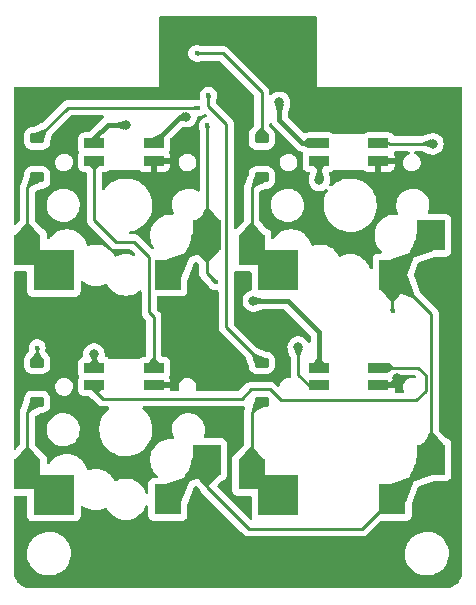
<source format=gbl>
G04 #@! TF.GenerationSoftware,KiCad,Pcbnew,7.0.8*
G04 #@! TF.CreationDate,2023-12-05T05:14:49-08:00*
G04 #@! TF.ProjectId,Seismos_4-Thumb,53656973-6d6f-4735-9f34-2d5468756d62,rev?*
G04 #@! TF.SameCoordinates,Original*
G04 #@! TF.FileFunction,Copper,L2,Bot*
G04 #@! TF.FilePolarity,Positive*
%FSLAX46Y46*%
G04 Gerber Fmt 4.6, Leading zero omitted, Abs format (unit mm)*
G04 Created by KiCad (PCBNEW 7.0.8) date 2023-12-05 05:14:49*
%MOMM*%
%LPD*%
G01*
G04 APERTURE LIST*
G04 Aperture macros list*
%AMRoundRect*
0 Rectangle with rounded corners*
0 $1 Rounding radius*
0 $2 $3 $4 $5 $6 $7 $8 $9 X,Y pos of 4 corners*
0 Add a 4 corners polygon primitive as box body*
4,1,4,$2,$3,$4,$5,$6,$7,$8,$9,$2,$3,0*
0 Add four circle primitives for the rounded corners*
1,1,$1+$1,$2,$3*
1,1,$1+$1,$4,$5*
1,1,$1+$1,$6,$7*
1,1,$1+$1,$8,$9*
0 Add four rect primitives between the rounded corners*
20,1,$1+$1,$2,$3,$4,$5,0*
20,1,$1+$1,$4,$5,$6,$7,0*
20,1,$1+$1,$6,$7,$8,$9,0*
20,1,$1+$1,$8,$9,$2,$3,0*%
G04 Aperture macros list end*
G04 #@! TA.AperFunction,SMDPad,CuDef*
%ADD10RoundRect,0.225000X-0.375000X0.225000X-0.375000X-0.225000X0.375000X-0.225000X0.375000X0.225000X0*%
G04 #@! TD*
G04 #@! TA.AperFunction,SMDPad,CuDef*
%ADD11R,1.750000X0.812800*%
G04 #@! TD*
G04 #@! TA.AperFunction,SMDPad,CuDef*
%ADD12R,2.300000X2.600000*%
G04 #@! TD*
G04 #@! TA.AperFunction,SMDPad,CuDef*
%ADD13R,3.500000X3.500000*%
G04 #@! TD*
G04 #@! TA.AperFunction,SMDPad,CuDef*
%ADD14R,2.400000X2.600000*%
G04 #@! TD*
G04 #@! TA.AperFunction,ViaPad*
%ADD15C,0.800000*%
G04 #@! TD*
G04 #@! TA.AperFunction,ViaPad*
%ADD16C,0.400000*%
G04 #@! TD*
G04 #@! TA.AperFunction,Conductor*
%ADD17C,0.254000*%
G04 #@! TD*
G04 #@! TA.AperFunction,Conductor*
%ADD18C,0.381000*%
G04 #@! TD*
G04 APERTURE END LIST*
D10*
X39500000Y-54350000D03*
X39500000Y-57650000D03*
X58500000Y-35350000D03*
X58500000Y-38650000D03*
D11*
X44348100Y-54754900D03*
D12*
X38660000Y-63800000D03*
X50560000Y-65900000D03*
D11*
X49378000Y-54754900D03*
X44348100Y-56253500D03*
X49378000Y-56253500D03*
D13*
X40910000Y-65515000D03*
D14*
X53860000Y-62540000D03*
D11*
X44348100Y-35754900D03*
D12*
X38660000Y-44800000D03*
X50560000Y-46900000D03*
D11*
X49378000Y-35754900D03*
X44348100Y-37253500D03*
X49378000Y-37253500D03*
D13*
X40910000Y-46515000D03*
D14*
X53860000Y-43540000D03*
D11*
X63348100Y-54754900D03*
D12*
X57660000Y-63800000D03*
X69560000Y-65900000D03*
D11*
X68378000Y-54754900D03*
X63348100Y-56253500D03*
X68378000Y-56253500D03*
D13*
X59910000Y-65515000D03*
D14*
X72860000Y-62540000D03*
D10*
X39500000Y-35350000D03*
X39500000Y-38650000D03*
D11*
X63348100Y-35754900D03*
D12*
X57660000Y-44800000D03*
X69560000Y-46900000D03*
D11*
X68378000Y-35754900D03*
X63348100Y-37253500D03*
X68378000Y-37253500D03*
D13*
X59910000Y-46515000D03*
D14*
X72860000Y-43540000D03*
D10*
X58500000Y-54350000D03*
X58500000Y-57650000D03*
D15*
X50700000Y-39000000D03*
X39500000Y-55900000D03*
X50700000Y-50500000D03*
X70000000Y-55600000D03*
X55150000Y-26400000D03*
X61600000Y-53000000D03*
X73000000Y-35800000D03*
D16*
X53150000Y-32760369D03*
X39500000Y-53050000D03*
X54000000Y-31700000D03*
X53000000Y-28150000D03*
D15*
X52111806Y-33510000D03*
D16*
X53900000Y-34250000D03*
X54600000Y-47500000D03*
X69600000Y-50000000D03*
D15*
X60000000Y-32300000D03*
X57800000Y-49100000D03*
X47000000Y-34226500D03*
X44300000Y-53600000D03*
X63400000Y-38900000D03*
D17*
X38660000Y-39490000D02*
X39500000Y-38650000D01*
X38660000Y-44800000D02*
X38660000Y-39490000D01*
X38660000Y-58490000D02*
X39500000Y-57650000D01*
X38660000Y-63800000D02*
X38660000Y-58490000D01*
X57660000Y-63800000D02*
X57660000Y-58490000D01*
X57660000Y-58490000D02*
X58500000Y-57650000D01*
X57660000Y-39490000D02*
X58500000Y-38650000D01*
X57660000Y-44800000D02*
X57660000Y-39490000D01*
X49378000Y-50478000D02*
X48971600Y-50071600D01*
X48971600Y-50071600D02*
X48971600Y-45371600D01*
X44348100Y-42248100D02*
X44348100Y-37253500D01*
X48971600Y-45371600D02*
X47700000Y-44100000D01*
X49378000Y-54754900D02*
X49378000Y-50478000D01*
X46200000Y-44100000D02*
X44348100Y-42248100D01*
X47700000Y-44100000D02*
X46200000Y-44100000D01*
D18*
X69346500Y-56253500D02*
X70000000Y-55600000D01*
X68378000Y-56253500D02*
X69346500Y-56253500D01*
D17*
X57600000Y-56600000D02*
X59200000Y-56600000D01*
X71754900Y-54754900D02*
X68378000Y-54754900D01*
X60100000Y-57500000D02*
X71600000Y-57500000D01*
X45088200Y-57400000D02*
X56800000Y-57400000D01*
X71600000Y-57500000D02*
X72400000Y-56700000D01*
X56800000Y-57400000D02*
X57600000Y-56600000D01*
X72400000Y-56700000D02*
X72400000Y-55400000D01*
X72400000Y-55400000D02*
X71754900Y-54754900D01*
X44348100Y-56253500D02*
X44348100Y-56659900D01*
X59200000Y-56600000D02*
X60100000Y-57500000D01*
X44348100Y-56659900D02*
X45088200Y-57400000D01*
X61600000Y-55380400D02*
X62473100Y-56253500D01*
X68378000Y-35754900D02*
X69253000Y-35754900D01*
X69298100Y-35800000D02*
X73000000Y-35800000D01*
X61600000Y-53000000D02*
X61600000Y-55380400D01*
X62473100Y-56253500D02*
X63348100Y-56253500D01*
X69253000Y-35754900D02*
X69298100Y-35800000D01*
X53150000Y-32760369D02*
X42089631Y-32760369D01*
X42089631Y-32760369D02*
X39500000Y-35350000D01*
X39500000Y-54350000D02*
X39500000Y-53050000D01*
X55500000Y-34100000D02*
X55500000Y-51350000D01*
X55500000Y-51350000D02*
X58500000Y-54350000D01*
X54000000Y-31700000D02*
X54000000Y-32600000D01*
X54000000Y-32600000D02*
X55500000Y-34100000D01*
X58500000Y-31450000D02*
X58500000Y-35350000D01*
X55200000Y-28150000D02*
X58500000Y-31450000D01*
X53000000Y-28150000D02*
X55200000Y-28150000D01*
D18*
X52111806Y-33510000D02*
X51622900Y-33510000D01*
X51622900Y-33510000D02*
X49378000Y-35754900D01*
D17*
X69600000Y-50000000D02*
X69560000Y-49960000D01*
X53860000Y-43540000D02*
X53860000Y-43600000D01*
X57400000Y-68400000D02*
X53860000Y-64860000D01*
X67000000Y-68400000D02*
X57400000Y-68400000D01*
X69560000Y-65900000D02*
X69560000Y-65840000D01*
X72860000Y-43540000D02*
X72860000Y-43600000D01*
X50560000Y-65900000D02*
X50560000Y-65840000D01*
X53900000Y-43500000D02*
X53860000Y-43540000D01*
X53860000Y-43540000D02*
X53860000Y-46760000D01*
X69560000Y-46900000D02*
X72860000Y-50200000D01*
X53860000Y-46760000D02*
X54600000Y-47500000D01*
X72860000Y-50200000D02*
X72860000Y-62540000D01*
X72860000Y-62540000D02*
X67000000Y-68400000D01*
X69560000Y-65840000D02*
X72860000Y-62540000D01*
X69560000Y-49960000D02*
X69560000Y-46900000D01*
X72860000Y-43600000D02*
X69560000Y-46900000D01*
X53860000Y-43600000D02*
X50560000Y-46900000D01*
X53860000Y-64860000D02*
X53860000Y-62540000D01*
X50560000Y-65840000D02*
X53860000Y-62540000D01*
X53900000Y-34250000D02*
X53900000Y-43500000D01*
D18*
X60000000Y-33800000D02*
X60000000Y-32300000D01*
X57800000Y-49100000D02*
X60700000Y-49100000D01*
X44348100Y-35348500D02*
X45470100Y-34226500D01*
X63348100Y-35754900D02*
X61954900Y-35754900D01*
X61954900Y-35754900D02*
X60000000Y-33800000D01*
X44348100Y-54051900D02*
X44348100Y-54754900D01*
X63348100Y-51748100D02*
X63348100Y-54754900D01*
X44300000Y-53600000D02*
X44300000Y-54003800D01*
X44300000Y-54003800D02*
X44348100Y-54051900D01*
X45470100Y-34226500D02*
X47000000Y-34226500D01*
X44348100Y-35754900D02*
X44348100Y-35348500D01*
X60700000Y-49100000D02*
X63348100Y-51748100D01*
X63400000Y-38900000D02*
X63400000Y-37305400D01*
X63400000Y-37305400D02*
X63348100Y-37253500D01*
G04 #@! TA.AperFunction,Conductor*
G36*
X63142539Y-25020185D02*
G01*
X63188294Y-25072989D01*
X63199500Y-25124500D01*
X63199500Y-30975467D01*
X63199416Y-30975889D01*
X63199459Y-31000001D01*
X63199500Y-31000099D01*
X63199616Y-31000382D01*
X63199618Y-31000384D01*
X63199808Y-31000462D01*
X63200000Y-31000541D01*
X63200002Y-31000539D01*
X63224616Y-31000524D01*
X63224616Y-31000528D01*
X63224760Y-31000500D01*
X65999901Y-31000500D01*
X75375500Y-31000500D01*
X75442539Y-31020185D01*
X75488294Y-31072989D01*
X75499500Y-31124500D01*
X75499500Y-71937121D01*
X75499342Y-71941547D01*
X75494687Y-72006603D01*
X75482856Y-72156385D01*
X75481631Y-72164692D01*
X75461691Y-72256354D01*
X75432960Y-72376020D01*
X75430762Y-72383219D01*
X75395594Y-72477504D01*
X75350781Y-72585691D01*
X75347915Y-72591682D01*
X75299029Y-72681211D01*
X75297476Y-72683892D01*
X75238121Y-72780752D01*
X75234889Y-72785515D01*
X75173121Y-72868029D01*
X75170633Y-72871140D01*
X75097464Y-72956814D01*
X75094158Y-72960390D01*
X75021035Y-73033516D01*
X75017459Y-73036822D01*
X74931794Y-73109990D01*
X74928683Y-73112479D01*
X74846152Y-73174265D01*
X74841389Y-73177498D01*
X74744564Y-73236836D01*
X74741882Y-73238389D01*
X74652335Y-73287290D01*
X74646344Y-73290156D01*
X74538171Y-73334969D01*
X74443871Y-73370146D01*
X74436672Y-73372344D01*
X74357168Y-73391436D01*
X74316997Y-73401082D01*
X74225384Y-73421015D01*
X74217061Y-73422243D01*
X74061300Y-73434511D01*
X74029511Y-73436787D01*
X74003033Y-73438682D01*
X73998624Y-73438840D01*
X39002217Y-73438840D01*
X38997791Y-73438682D01*
X38927771Y-73433673D01*
X38783790Y-73422379D01*
X38775449Y-73421150D01*
X38677521Y-73399847D01*
X38564251Y-73372652D01*
X38557058Y-73370456D01*
X38499058Y-73348823D01*
X38458702Y-73333770D01*
X38354636Y-73290663D01*
X38348645Y-73287796D01*
X38258165Y-73238389D01*
X38256031Y-73237223D01*
X38253359Y-73235677D01*
X38159647Y-73178247D01*
X38154885Y-73175016D01*
X38069847Y-73111355D01*
X38066735Y-73108866D01*
X37983620Y-73037875D01*
X37980045Y-73034570D01*
X37927288Y-72981813D01*
X37904770Y-72959295D01*
X37901491Y-72955746D01*
X37830479Y-72872599D01*
X37828024Y-72869530D01*
X37764339Y-72784452D01*
X37761114Y-72779697D01*
X37703669Y-72685949D01*
X37702163Y-72683349D01*
X37651572Y-72590691D01*
X37648710Y-72584711D01*
X37605610Y-72480648D01*
X37599791Y-72465046D01*
X37568923Y-72382277D01*
X37566729Y-72375089D01*
X37539534Y-72261796D01*
X37518231Y-72163853D01*
X37517008Y-72155552D01*
X37506142Y-72017438D01*
X37500658Y-71940707D01*
X37500500Y-71936285D01*
X37500500Y-70567763D01*
X38645787Y-70567763D01*
X38675413Y-70837013D01*
X38675415Y-70837024D01*
X38743926Y-71099082D01*
X38743928Y-71099088D01*
X38849870Y-71348390D01*
X38921998Y-71466575D01*
X38990979Y-71579605D01*
X38990986Y-71579615D01*
X39164253Y-71787819D01*
X39164259Y-71787824D01*
X39365998Y-71968582D01*
X39591910Y-72118044D01*
X39837176Y-72233020D01*
X39837183Y-72233022D01*
X39837185Y-72233023D01*
X40096557Y-72311057D01*
X40096564Y-72311058D01*
X40096569Y-72311060D01*
X40364561Y-72350500D01*
X40364566Y-72350500D01*
X40567636Y-72350500D01*
X40619133Y-72346730D01*
X40770156Y-72335677D01*
X40882758Y-72310593D01*
X41034546Y-72276782D01*
X41034548Y-72276781D01*
X41034553Y-72276780D01*
X41287558Y-72180014D01*
X41523777Y-72047441D01*
X41738177Y-71881888D01*
X41926186Y-71686881D01*
X42083799Y-71466579D01*
X42157787Y-71322669D01*
X42207649Y-71225690D01*
X42207651Y-71225684D01*
X42207656Y-71225675D01*
X42295118Y-70969305D01*
X42344319Y-70702933D01*
X42349259Y-70567763D01*
X70645787Y-70567763D01*
X70675413Y-70837013D01*
X70675415Y-70837024D01*
X70743926Y-71099082D01*
X70743928Y-71099088D01*
X70849870Y-71348390D01*
X70921998Y-71466575D01*
X70990979Y-71579605D01*
X70990986Y-71579615D01*
X71164253Y-71787819D01*
X71164259Y-71787824D01*
X71365998Y-71968582D01*
X71591910Y-72118044D01*
X71837176Y-72233020D01*
X71837183Y-72233022D01*
X71837185Y-72233023D01*
X72096557Y-72311057D01*
X72096564Y-72311058D01*
X72096569Y-72311060D01*
X72364561Y-72350500D01*
X72364566Y-72350500D01*
X72567636Y-72350500D01*
X72619133Y-72346730D01*
X72770156Y-72335677D01*
X72882758Y-72310593D01*
X73034546Y-72276782D01*
X73034548Y-72276781D01*
X73034553Y-72276780D01*
X73287558Y-72180014D01*
X73523777Y-72047441D01*
X73738177Y-71881888D01*
X73926186Y-71686881D01*
X74083799Y-71466579D01*
X74157787Y-71322669D01*
X74207649Y-71225690D01*
X74207651Y-71225684D01*
X74207656Y-71225675D01*
X74295118Y-70969305D01*
X74344319Y-70702933D01*
X74354212Y-70432235D01*
X74324586Y-70162982D01*
X74256072Y-69900912D01*
X74150130Y-69651610D01*
X74009018Y-69420390D01*
X73919747Y-69313119D01*
X73835746Y-69212180D01*
X73835740Y-69212175D01*
X73634002Y-69031418D01*
X73408092Y-68881957D01*
X73376062Y-68866942D01*
X73162824Y-68766980D01*
X73162819Y-68766978D01*
X73162814Y-68766976D01*
X72903442Y-68688942D01*
X72903428Y-68688939D01*
X72787791Y-68671921D01*
X72635439Y-68649500D01*
X72432369Y-68649500D01*
X72432364Y-68649500D01*
X72229844Y-68664323D01*
X72229831Y-68664325D01*
X71965453Y-68723217D01*
X71965446Y-68723220D01*
X71712439Y-68819987D01*
X71476226Y-68952557D01*
X71476224Y-68952558D01*
X71476223Y-68952559D01*
X71455106Y-68968865D01*
X71261822Y-69118112D01*
X71073822Y-69313109D01*
X71073816Y-69313116D01*
X70916202Y-69533419D01*
X70916199Y-69533424D01*
X70792350Y-69774309D01*
X70792343Y-69774327D01*
X70704884Y-70030685D01*
X70704881Y-70030699D01*
X70655681Y-70297068D01*
X70655680Y-70297075D01*
X70645787Y-70567763D01*
X42349259Y-70567763D01*
X42354212Y-70432235D01*
X42324586Y-70162982D01*
X42256072Y-69900912D01*
X42150130Y-69651610D01*
X42009018Y-69420390D01*
X41919747Y-69313119D01*
X41835746Y-69212180D01*
X41835740Y-69212175D01*
X41634002Y-69031418D01*
X41408092Y-68881957D01*
X41376062Y-68866942D01*
X41162824Y-68766980D01*
X41162819Y-68766978D01*
X41162814Y-68766976D01*
X40903442Y-68688942D01*
X40903428Y-68688939D01*
X40787791Y-68671921D01*
X40635439Y-68649500D01*
X40432369Y-68649500D01*
X40432364Y-68649500D01*
X40229844Y-68664323D01*
X40229831Y-68664325D01*
X39965453Y-68723217D01*
X39965446Y-68723220D01*
X39712439Y-68819987D01*
X39476226Y-68952557D01*
X39476224Y-68952558D01*
X39476223Y-68952559D01*
X39455106Y-68968865D01*
X39261822Y-69118112D01*
X39073822Y-69313109D01*
X39073816Y-69313116D01*
X38916202Y-69533419D01*
X38916199Y-69533424D01*
X38792350Y-69774309D01*
X38792343Y-69774327D01*
X38704884Y-70030685D01*
X38704881Y-70030699D01*
X38655681Y-70297068D01*
X38655680Y-70297075D01*
X38645787Y-70567763D01*
X37500500Y-70567763D01*
X37500500Y-65732500D01*
X37520185Y-65665461D01*
X37572989Y-65619706D01*
X37624500Y-65608500D01*
X38527500Y-65608500D01*
X38594539Y-65628185D01*
X38640294Y-65680989D01*
X38651500Y-65732500D01*
X38651500Y-67313654D01*
X38658011Y-67374202D01*
X38658011Y-67374204D01*
X38698057Y-67481567D01*
X38709111Y-67511204D01*
X38796739Y-67628261D01*
X38913796Y-67715889D01*
X39050799Y-67766989D01*
X39078050Y-67769918D01*
X39111345Y-67773499D01*
X39111362Y-67773500D01*
X42708638Y-67773500D01*
X42708654Y-67773499D01*
X42735692Y-67770591D01*
X42769201Y-67766989D01*
X42906204Y-67715889D01*
X43023261Y-67628261D01*
X43110889Y-67511204D01*
X43161989Y-67374201D01*
X43165591Y-67340692D01*
X43168499Y-67313654D01*
X43168500Y-67313637D01*
X43168500Y-66546524D01*
X43188185Y-66479485D01*
X43240989Y-66433730D01*
X43310147Y-66423786D01*
X43369810Y-66449575D01*
X43471143Y-66530386D01*
X43698357Y-66661568D01*
X43942584Y-66757420D01*
X44198370Y-66815802D01*
X44198376Y-66815802D01*
X44198379Y-66815803D01*
X44394500Y-66830500D01*
X44394506Y-66830500D01*
X44525500Y-66830500D01*
X44721620Y-66815803D01*
X44721622Y-66815802D01*
X44721630Y-66815802D01*
X44977416Y-66757420D01*
X45221643Y-66661568D01*
X45221646Y-66661566D01*
X45221647Y-66661566D01*
X45264118Y-66637045D01*
X45332018Y-66620571D01*
X45398045Y-66643423D01*
X45437839Y-66690630D01*
X45479767Y-66777695D01*
X45479768Y-66777697D01*
X45479770Y-66777700D01*
X45479772Y-66777704D01*
X45505747Y-66815802D01*
X45627567Y-66994479D01*
X45806014Y-67186801D01*
X45806018Y-67186804D01*
X45806019Y-67186805D01*
X46011143Y-67350386D01*
X46238357Y-67481568D01*
X46482584Y-67577420D01*
X46738370Y-67635802D01*
X46738376Y-67635802D01*
X46738379Y-67635803D01*
X46934500Y-67650500D01*
X46934506Y-67650500D01*
X47065500Y-67650500D01*
X47261620Y-67635803D01*
X47261622Y-67635802D01*
X47261630Y-67635802D01*
X47517416Y-67577420D01*
X47761643Y-67481568D01*
X47988857Y-67350386D01*
X48193981Y-67186805D01*
X48372433Y-66994479D01*
X48520228Y-66777704D01*
X48634063Y-66541323D01*
X48659010Y-66460446D01*
X48697579Y-66402189D01*
X48761524Y-66374032D01*
X48830541Y-66384915D01*
X48882717Y-66431383D01*
X48901500Y-66496998D01*
X48901500Y-67248654D01*
X48908011Y-67309202D01*
X48908011Y-67309204D01*
X48932255Y-67374202D01*
X48959111Y-67446204D01*
X49046739Y-67563261D01*
X49163796Y-67650889D01*
X49300799Y-67701989D01*
X49328050Y-67704918D01*
X49361345Y-67708499D01*
X49361362Y-67708500D01*
X51758638Y-67708500D01*
X51758654Y-67708499D01*
X51785692Y-67705591D01*
X51819201Y-67701989D01*
X51956204Y-67650889D01*
X52073261Y-67563261D01*
X52160889Y-67446204D01*
X52210334Y-67313638D01*
X52211988Y-67309204D01*
X52211988Y-67309203D01*
X52211989Y-67309201D01*
X52215591Y-67275692D01*
X52218499Y-67248654D01*
X52218500Y-67248637D01*
X52218500Y-66281182D01*
X52226726Y-66236770D01*
X52749758Y-64873335D01*
X52792148Y-64817794D01*
X52823444Y-64801109D01*
X52891199Y-64776662D01*
X52960938Y-64772426D01*
X53021899Y-64806567D01*
X53026694Y-64811754D01*
X53090217Y-64884517D01*
X53244751Y-65061531D01*
X53270412Y-65108478D01*
X53272131Y-65114393D01*
X53282570Y-65132044D01*
X53291128Y-65149514D01*
X53298679Y-65168585D01*
X53298682Y-65168591D01*
X53326542Y-65206936D01*
X53329749Y-65211819D01*
X53353866Y-65252598D01*
X53353870Y-65252602D01*
X53368363Y-65267095D01*
X53381001Y-65281892D01*
X53393057Y-65298487D01*
X53429576Y-65328697D01*
X53433888Y-65332620D01*
X56750767Y-68649500D01*
X56891342Y-68790075D01*
X56901267Y-68802463D01*
X56901474Y-68802292D01*
X56906445Y-68808301D01*
X56957692Y-68856426D01*
X56978907Y-68877640D01*
X56984501Y-68881979D01*
X56988949Y-68885777D01*
X57023487Y-68918211D01*
X57023490Y-68918213D01*
X57023494Y-68918217D01*
X57023497Y-68918219D01*
X57023499Y-68918220D01*
X57041462Y-68928095D01*
X57057726Y-68938778D01*
X57073933Y-68951350D01*
X57117422Y-68970169D01*
X57122665Y-68972736D01*
X57164197Y-68995569D01*
X57164201Y-68995570D01*
X57184054Y-69000667D01*
X57202469Y-69006972D01*
X57221286Y-69015115D01*
X57221288Y-69015115D01*
X57221292Y-69015117D01*
X57254358Y-69020353D01*
X57268098Y-69022530D01*
X57273817Y-69023714D01*
X57319718Y-69035500D01*
X57340226Y-69035500D01*
X57359623Y-69037026D01*
X57379877Y-69040234D01*
X57379878Y-69040235D01*
X57379878Y-69040234D01*
X57379879Y-69040235D01*
X57401987Y-69038145D01*
X57427061Y-69035775D01*
X57432899Y-69035500D01*
X66916153Y-69035500D01*
X66931932Y-69037241D01*
X66931958Y-69036974D01*
X66939711Y-69037706D01*
X66939719Y-69037708D01*
X67009985Y-69035500D01*
X67039983Y-69035500D01*
X67047013Y-69034611D01*
X67052836Y-69034153D01*
X67100205Y-69032665D01*
X67119906Y-69026940D01*
X67138951Y-69022997D01*
X67159299Y-69020427D01*
X67203393Y-69002968D01*
X67208856Y-69001098D01*
X67254393Y-68987869D01*
X67272054Y-68977423D01*
X67289512Y-68968871D01*
X67308588Y-68961319D01*
X67346928Y-68933462D01*
X67351800Y-68930261D01*
X67392598Y-68906134D01*
X67407094Y-68891637D01*
X67421892Y-68878998D01*
X67438487Y-68866942D01*
X67468707Y-68830410D01*
X67472611Y-68826119D01*
X68553913Y-67744819D01*
X68615236Y-67711334D01*
X68641594Y-67708500D01*
X70758638Y-67708500D01*
X70758654Y-67708499D01*
X70785692Y-67705591D01*
X70819201Y-67701989D01*
X70956204Y-67650889D01*
X71073261Y-67563261D01*
X71160889Y-67446204D01*
X71210334Y-67313638D01*
X71211988Y-67309204D01*
X71211988Y-67309203D01*
X71211989Y-67309201D01*
X71215591Y-67275692D01*
X71218499Y-67248654D01*
X71218500Y-67248637D01*
X71218500Y-66281182D01*
X71226726Y-66236770D01*
X71749758Y-64873335D01*
X71792148Y-64817794D01*
X71823444Y-64801109D01*
X73057476Y-64355859D01*
X73099561Y-64348500D01*
X74108638Y-64348500D01*
X74108654Y-64348499D01*
X74135692Y-64345591D01*
X74169201Y-64341989D01*
X74169207Y-64341987D01*
X74183768Y-64336555D01*
X74306204Y-64290889D01*
X74423261Y-64203261D01*
X74510889Y-64086204D01*
X74561989Y-63949201D01*
X74565591Y-63915692D01*
X74568499Y-63888654D01*
X74568500Y-63888637D01*
X74568500Y-61191362D01*
X74568499Y-61191345D01*
X74565157Y-61160270D01*
X74561989Y-61130799D01*
X74510889Y-60993796D01*
X74423261Y-60876739D01*
X74306204Y-60789111D01*
X74169203Y-60738011D01*
X74144838Y-60735391D01*
X74080287Y-60708651D01*
X74064684Y-60693651D01*
X73526088Y-60076702D01*
X73496828Y-60013254D01*
X73495500Y-59995153D01*
X73495500Y-50283851D01*
X73497242Y-50268069D01*
X73496975Y-50268044D01*
X73497707Y-50260288D01*
X73497709Y-50260281D01*
X73495500Y-50189996D01*
X73495500Y-50160017D01*
X73494610Y-50152982D01*
X73494153Y-50147164D01*
X73493647Y-50131070D01*
X73492665Y-50099795D01*
X73486941Y-50080093D01*
X73482997Y-50061049D01*
X73480427Y-50040701D01*
X73462973Y-49996618D01*
X73461098Y-49991142D01*
X73447869Y-49945607D01*
X73437427Y-49927951D01*
X73428869Y-49910482D01*
X73421318Y-49891410D01*
X73415733Y-49883723D01*
X73393448Y-49853052D01*
X73390257Y-49848192D01*
X73366138Y-49807407D01*
X73366129Y-49807397D01*
X73351639Y-49792907D01*
X73339000Y-49778110D01*
X73333817Y-49770976D01*
X73326942Y-49761513D01*
X73326939Y-49761511D01*
X73326939Y-49761510D01*
X73290416Y-49731296D01*
X73286094Y-49727362D01*
X71968670Y-48409937D01*
X71940915Y-48367539D01*
X71919777Y-48313654D01*
X71470013Y-47167096D01*
X71383001Y-46945281D01*
X71376844Y-46875683D01*
X71383001Y-46854716D01*
X71399431Y-46812832D01*
X71751417Y-45915532D01*
X71794221Y-45860315D01*
X71821969Y-45845227D01*
X73079881Y-45356905D01*
X73124755Y-45348500D01*
X74108638Y-45348500D01*
X74108654Y-45348499D01*
X74135692Y-45345591D01*
X74169201Y-45341989D01*
X74306204Y-45290889D01*
X74423261Y-45203261D01*
X74510889Y-45086204D01*
X74561989Y-44949201D01*
X74567167Y-44901039D01*
X74568499Y-44888654D01*
X74568500Y-44888637D01*
X74568500Y-42191362D01*
X74568499Y-42191345D01*
X74565157Y-42160270D01*
X74561989Y-42130799D01*
X74510889Y-41993796D01*
X74423261Y-41876739D01*
X74306204Y-41789111D01*
X74169203Y-41738011D01*
X74108654Y-41731500D01*
X74108638Y-41731500D01*
X72701014Y-41731500D01*
X72633975Y-41711815D01*
X72588220Y-41659011D01*
X72578276Y-41589853D01*
X72590291Y-41551676D01*
X72604204Y-41524079D01*
X72604207Y-41524074D01*
X72674016Y-41296123D01*
X72704298Y-41059654D01*
X72703651Y-41044432D01*
X72694180Y-40821471D01*
X72694180Y-40821467D01*
X72643954Y-40588419D01*
X72555064Y-40367211D01*
X72555064Y-40367210D01*
X72430069Y-40164205D01*
X72272564Y-39985245D01*
X72087080Y-39835477D01*
X71967713Y-39768794D01*
X71878955Y-39719210D01*
X71654170Y-39639788D01*
X71419209Y-39599500D01*
X71419200Y-39599500D01*
X71240503Y-39599500D01*
X71240498Y-39599500D01*
X71062463Y-39614652D01*
X70831751Y-39674724D01*
X70614519Y-39772919D01*
X70614511Y-39772924D01*
X70417006Y-39906413D01*
X70416997Y-39906421D01*
X70244881Y-40071379D01*
X70103123Y-40263050D01*
X70103120Y-40263054D01*
X69995796Y-40475920D01*
X69995793Y-40475926D01*
X69925983Y-40703878D01*
X69895702Y-40940346D01*
X69905819Y-41178528D01*
X69905819Y-41178532D01*
X69956046Y-41411582D01*
X69956046Y-41411583D01*
X70040876Y-41622689D01*
X70047607Y-41692233D01*
X70015671Y-41754377D01*
X69955207Y-41789390D01*
X69916552Y-41792576D01*
X69875500Y-41789500D01*
X69875494Y-41789500D01*
X69744506Y-41789500D01*
X69744500Y-41789500D01*
X69548379Y-41804196D01*
X69548374Y-41804197D01*
X69292597Y-41862576D01*
X69292578Y-41862582D01*
X69048356Y-41958432D01*
X68821143Y-42089614D01*
X68616014Y-42253198D01*
X68437567Y-42445520D01*
X68289768Y-42662302D01*
X68289767Y-42662303D01*
X68175938Y-42898673D01*
X68098606Y-43149376D01*
X68098605Y-43149381D01*
X68098604Y-43149385D01*
X68088197Y-43218432D01*
X68059500Y-43408812D01*
X68059500Y-43671187D01*
X68072411Y-43756841D01*
X68098604Y-43930615D01*
X68098605Y-43930617D01*
X68098606Y-43930623D01*
X68175938Y-44181326D01*
X68289767Y-44417696D01*
X68289768Y-44417697D01*
X68289770Y-44417700D01*
X68289772Y-44417704D01*
X68384352Y-44556427D01*
X68437567Y-44634479D01*
X68616014Y-44826801D01*
X68616018Y-44826804D01*
X68616019Y-44826805D01*
X68670878Y-44870554D01*
X68711018Y-44927741D01*
X68713868Y-44997553D01*
X68678523Y-45057823D01*
X68616204Y-45089416D01*
X68593565Y-45091500D01*
X68361345Y-45091500D01*
X68300797Y-45098011D01*
X68300795Y-45098011D01*
X68163795Y-45149111D01*
X68046739Y-45236739D01*
X67959111Y-45353795D01*
X67908011Y-45490795D01*
X67908011Y-45490797D01*
X67901500Y-45551345D01*
X67901500Y-46303001D01*
X67881815Y-46370040D01*
X67829011Y-46415795D01*
X67759853Y-46425739D01*
X67696297Y-46396714D01*
X67659009Y-46339551D01*
X67647735Y-46303001D01*
X67634063Y-46258677D01*
X67550350Y-46084845D01*
X67520232Y-46022303D01*
X67520231Y-46022302D01*
X67520230Y-46022301D01*
X67520228Y-46022296D01*
X67372433Y-45805521D01*
X67336100Y-45766363D01*
X67193985Y-45613198D01*
X67116445Y-45551362D01*
X66988857Y-45449614D01*
X66761643Y-45318432D01*
X66517416Y-45222580D01*
X66517411Y-45222578D01*
X66517402Y-45222576D01*
X66299818Y-45172914D01*
X66261630Y-45164198D01*
X66261629Y-45164197D01*
X66261625Y-45164197D01*
X66261620Y-45164196D01*
X66065500Y-45149500D01*
X66065494Y-45149500D01*
X65934506Y-45149500D01*
X65934500Y-45149500D01*
X65738379Y-45164196D01*
X65738374Y-45164197D01*
X65482597Y-45222576D01*
X65482578Y-45222582D01*
X65238363Y-45318429D01*
X65238357Y-45318432D01*
X65195877Y-45342957D01*
X65127977Y-45359427D01*
X65061951Y-45336574D01*
X65022160Y-45289369D01*
X64980232Y-45202303D01*
X64980231Y-45202302D01*
X64980230Y-45202301D01*
X64980228Y-45202296D01*
X64832433Y-44985521D01*
X64778821Y-44927741D01*
X64653985Y-44793198D01*
X64587570Y-44740234D01*
X64448857Y-44629614D01*
X64221643Y-44498432D01*
X63977416Y-44402580D01*
X63977411Y-44402578D01*
X63977402Y-44402576D01*
X63759818Y-44352914D01*
X63721630Y-44344198D01*
X63721629Y-44344197D01*
X63721625Y-44344197D01*
X63721620Y-44344196D01*
X63525500Y-44329500D01*
X63525494Y-44329500D01*
X63394506Y-44329500D01*
X63394500Y-44329500D01*
X63198379Y-44344196D01*
X63198374Y-44344197D01*
X62942585Y-44402579D01*
X62858890Y-44435426D01*
X62789293Y-44441593D01*
X62727410Y-44409155D01*
X62695098Y-44356547D01*
X62641048Y-44181323D01*
X62634063Y-44158677D01*
X62622121Y-44133880D01*
X62520232Y-43922303D01*
X62520231Y-43922302D01*
X62520230Y-43922301D01*
X62520228Y-43922296D01*
X62372433Y-43705521D01*
X62289577Y-43616223D01*
X62193985Y-43513198D01*
X62132919Y-43464500D01*
X61988857Y-43349614D01*
X61761643Y-43218432D01*
X61517416Y-43122580D01*
X61517411Y-43122578D01*
X61517402Y-43122576D01*
X61299818Y-43072914D01*
X61261630Y-43064198D01*
X61261629Y-43064197D01*
X61261625Y-43064197D01*
X61261620Y-43064196D01*
X61065500Y-43049500D01*
X61065494Y-43049500D01*
X60934506Y-43049500D01*
X60934500Y-43049500D01*
X60738379Y-43064196D01*
X60738374Y-43064197D01*
X60482597Y-43122576D01*
X60482578Y-43122582D01*
X60238356Y-43218432D01*
X60011143Y-43349614D01*
X59806014Y-43513198D01*
X59627567Y-43705520D01*
X59624564Y-43709925D01*
X59544952Y-43826694D01*
X59490925Y-43870995D01*
X59421521Y-43879054D01*
X59358779Y-43848311D01*
X59322617Y-43788527D01*
X59318500Y-43756841D01*
X59318500Y-43451362D01*
X59318499Y-43451345D01*
X59313926Y-43408818D01*
X59311989Y-43390799D01*
X59260889Y-43253796D01*
X59173261Y-43136739D01*
X59102921Y-43084083D01*
X59056206Y-43049112D01*
X59056204Y-43049111D01*
X58925207Y-43000251D01*
X58875133Y-42965621D01*
X58591471Y-42640692D01*
X58326088Y-42336702D01*
X58296828Y-42273254D01*
X58295500Y-42255153D01*
X58295500Y-40940346D01*
X59295702Y-40940346D01*
X59305819Y-41178528D01*
X59305819Y-41178532D01*
X59356045Y-41411580D01*
X59412341Y-41551676D01*
X59444936Y-41632790D01*
X59569931Y-41835795D01*
X59727436Y-42014755D01*
X59912920Y-42164523D01*
X60121046Y-42280790D01*
X60345829Y-42360211D01*
X60580790Y-42400499D01*
X60580798Y-42400499D01*
X60580800Y-42400500D01*
X60580801Y-42400500D01*
X60759502Y-42400500D01*
X60937536Y-42385347D01*
X60937539Y-42385346D01*
X60937541Y-42385346D01*
X61168249Y-42325275D01*
X61327707Y-42253195D01*
X61385480Y-42227080D01*
X61385481Y-42227078D01*
X61385486Y-42227077D01*
X61583003Y-42093579D01*
X61755118Y-41928621D01*
X61896879Y-41736947D01*
X62004207Y-41524074D01*
X62074016Y-41296123D01*
X62104298Y-41059654D01*
X62103651Y-41044432D01*
X62094180Y-40821471D01*
X62094180Y-40821467D01*
X62043954Y-40588419D01*
X61955064Y-40367211D01*
X61955064Y-40367210D01*
X61830069Y-40164205D01*
X61672564Y-39985245D01*
X61487080Y-39835477D01*
X61367713Y-39768794D01*
X61278955Y-39719210D01*
X61054170Y-39639788D01*
X60819209Y-39599500D01*
X60819200Y-39599500D01*
X60640503Y-39599500D01*
X60640498Y-39599500D01*
X60462463Y-39614652D01*
X60231751Y-39674724D01*
X60014519Y-39772919D01*
X60014511Y-39772924D01*
X59817006Y-39906413D01*
X59816997Y-39906421D01*
X59644881Y-40071379D01*
X59503123Y-40263050D01*
X59503120Y-40263054D01*
X59395796Y-40475920D01*
X59395793Y-40475926D01*
X59325983Y-40703878D01*
X59295702Y-40940346D01*
X58295500Y-40940346D01*
X58295500Y-39926664D01*
X58315185Y-39859625D01*
X58367299Y-39814187D01*
X58785688Y-39620021D01*
X58837887Y-39608500D01*
X58923867Y-39608500D01*
X58923872Y-39608500D01*
X59024336Y-39598236D01*
X59187101Y-39544302D01*
X59333040Y-39454285D01*
X59454285Y-39333040D01*
X59544302Y-39187101D01*
X59598236Y-39024336D01*
X59608500Y-38923872D01*
X59608500Y-38376128D01*
X59598236Y-38275664D01*
X59544302Y-38112899D01*
X59544298Y-38112893D01*
X59544297Y-38112890D01*
X59454287Y-37966963D01*
X59454284Y-37966959D01*
X59333040Y-37845715D01*
X59333036Y-37845712D01*
X59187109Y-37755702D01*
X59187103Y-37755699D01*
X59187101Y-37755698D01*
X59024336Y-37701764D01*
X58923879Y-37691500D01*
X58923872Y-37691500D01*
X58076128Y-37691500D01*
X58076120Y-37691500D01*
X57975663Y-37701764D01*
X57812901Y-37755697D01*
X57812890Y-37755702D01*
X57666963Y-37845712D01*
X57666959Y-37845715D01*
X57545715Y-37966959D01*
X57545712Y-37966963D01*
X57455702Y-38112890D01*
X57455697Y-38112901D01*
X57401764Y-38275663D01*
X57391500Y-38376120D01*
X57391500Y-38491071D01*
X57384552Y-38531995D01*
X57213963Y-39019916D01*
X57184601Y-39066664D01*
X57182363Y-39068902D01*
X57178008Y-39074516D01*
X57174218Y-39078953D01*
X57141782Y-39113494D01*
X57141781Y-39113496D01*
X57131900Y-39131468D01*
X57121225Y-39147719D01*
X57108652Y-39163929D01*
X57108649Y-39163933D01*
X57089827Y-39207428D01*
X57087257Y-39212674D01*
X57064430Y-39254197D01*
X57059329Y-39274064D01*
X57053030Y-39292462D01*
X57044884Y-39311287D01*
X57044881Y-39311296D01*
X57037469Y-39358098D01*
X57036284Y-39363820D01*
X57024500Y-39409711D01*
X57024500Y-39430225D01*
X57022973Y-39449624D01*
X57019765Y-39469877D01*
X57024225Y-39517059D01*
X57024500Y-39522897D01*
X57024500Y-42255153D01*
X57004815Y-42322192D01*
X56993912Y-42336702D01*
X56444864Y-42965621D01*
X56394786Y-43000253D01*
X56302834Y-43034550D01*
X56233143Y-43039535D01*
X56171819Y-43006051D01*
X56138334Y-42944728D01*
X56135500Y-42918369D01*
X56135500Y-37428133D01*
X60025668Y-37428133D01*
X60041058Y-37515410D01*
X60056135Y-37600911D01*
X60125623Y-37762004D01*
X60125624Y-37762006D01*
X60125626Y-37762009D01*
X60229836Y-37901986D01*
X60230390Y-37902730D01*
X60364786Y-38015502D01*
X60442488Y-38054525D01*
X60521562Y-38094238D01*
X60521563Y-38094238D01*
X60521567Y-38094240D01*
X60692279Y-38134700D01*
X60692282Y-38134700D01*
X60823701Y-38134700D01*
X60823709Y-38134700D01*
X60954255Y-38119441D01*
X61119117Y-38059437D01*
X61265696Y-37963030D01*
X61386092Y-37835418D01*
X61473812Y-37683481D01*
X61524130Y-37515410D01*
X61534331Y-37340265D01*
X61503865Y-37167489D01*
X61434377Y-37006396D01*
X61329610Y-36865670D01*
X61257747Y-36805370D01*
X61195214Y-36752898D01*
X61195212Y-36752897D01*
X61038437Y-36674161D01*
X61024754Y-36670918D01*
X60867721Y-36633700D01*
X60736291Y-36633700D01*
X60631854Y-36645907D01*
X60605743Y-36648959D01*
X60605740Y-36648960D01*
X60440884Y-36708962D01*
X60440880Y-36708964D01*
X60294306Y-36805367D01*
X60294305Y-36805368D01*
X60173910Y-36932978D01*
X60086188Y-37084918D01*
X60035870Y-37252989D01*
X60035869Y-37252994D01*
X60025668Y-37428133D01*
X56135500Y-37428133D01*
X56135500Y-34183850D01*
X56137241Y-34168076D01*
X56136974Y-34168051D01*
X56137708Y-34160283D01*
X56137544Y-34155080D01*
X56135500Y-34090028D01*
X56135500Y-34060017D01*
X56134611Y-34052980D01*
X56134152Y-34047152D01*
X56132664Y-33999795D01*
X56126944Y-33980107D01*
X56122996Y-33961045D01*
X56120427Y-33940701D01*
X56102978Y-33896633D01*
X56101087Y-33891106D01*
X56087869Y-33845608D01*
X56087869Y-33845607D01*
X56077427Y-33827951D01*
X56068870Y-33810484D01*
X56068862Y-33810463D01*
X56061319Y-33791412D01*
X56033462Y-33753070D01*
X56030253Y-33748185D01*
X56029653Y-33747171D01*
X56006134Y-33707401D01*
X56006131Y-33707398D01*
X56006129Y-33707395D01*
X55991633Y-33692899D01*
X55978995Y-33678103D01*
X55968963Y-33664295D01*
X55966942Y-33661513D01*
X55930422Y-33631301D01*
X55926100Y-33627367D01*
X54671819Y-32373086D01*
X54638334Y-32311763D01*
X54635500Y-32285405D01*
X54635500Y-32185094D01*
X54637515Y-32162833D01*
X54644846Y-32122661D01*
X54686780Y-31892877D01*
X54692824Y-31871172D01*
X54692965Y-31870801D01*
X54697025Y-31837355D01*
X54697580Y-31833703D01*
X54704673Y-31794841D01*
X54707742Y-31772519D01*
X54708976Y-31759263D01*
X54708902Y-31743588D01*
X54709354Y-31735818D01*
X54713704Y-31700000D01*
X54692965Y-31529199D01*
X54631954Y-31368325D01*
X54534215Y-31226727D01*
X54534213Y-31226725D01*
X54534210Y-31226722D01*
X54405432Y-31112634D01*
X54253079Y-31032673D01*
X54086028Y-30991500D01*
X53913972Y-30991500D01*
X53746920Y-31032673D01*
X53594567Y-31112634D01*
X53465789Y-31226722D01*
X53465786Y-31226725D01*
X53368045Y-31368326D01*
X53307034Y-31529198D01*
X53286296Y-31699999D01*
X53286296Y-31700001D01*
X53296221Y-31781751D01*
X53296629Y-31786885D01*
X53297348Y-31805915D01*
X53302417Y-31833693D01*
X53302972Y-31837347D01*
X53307033Y-31870795D01*
X53307034Y-31870799D01*
X53307035Y-31870801D01*
X53307180Y-31871184D01*
X53313218Y-31892878D01*
X53315541Y-31905607D01*
X53308212Y-31975091D01*
X53264481Y-32029583D01*
X53198231Y-32051781D01*
X53193556Y-32051869D01*
X53063968Y-32051869D01*
X53036643Y-32058604D01*
X53031136Y-32059961D01*
X53027435Y-32060754D01*
X52688228Y-32122661D01*
X52687170Y-32122854D01*
X52664907Y-32124869D01*
X42173478Y-32124869D01*
X42157698Y-32123127D01*
X42157673Y-32123395D01*
X42149912Y-32122661D01*
X42079646Y-32124869D01*
X42049644Y-32124869D01*
X42042604Y-32125757D01*
X42036791Y-32126214D01*
X41989431Y-32127703D01*
X41989425Y-32127704D01*
X41969724Y-32133427D01*
X41950685Y-32137369D01*
X41930342Y-32139940D01*
X41930334Y-32139941D01*
X41930332Y-32139942D01*
X41930330Y-32139942D01*
X41930324Y-32139944D01*
X41886276Y-32157383D01*
X41880753Y-32159274D01*
X41835240Y-32172499D01*
X41835238Y-32172499D01*
X41835238Y-32172500D01*
X41817579Y-32182942D01*
X41800114Y-32191498D01*
X41781046Y-32199047D01*
X41781042Y-32199050D01*
X41742703Y-32226903D01*
X41737823Y-32230109D01*
X41697031Y-32254234D01*
X41682529Y-32268737D01*
X41667739Y-32281369D01*
X41651146Y-32293424D01*
X41651143Y-32293427D01*
X41620932Y-32329945D01*
X41617000Y-32334266D01*
X39895960Y-34055305D01*
X39860478Y-34080102D01*
X39363971Y-34310522D01*
X39266159Y-34355915D01*
X39214308Y-34379978D01*
X39162109Y-34391500D01*
X39076120Y-34391500D01*
X38975663Y-34401764D01*
X38812901Y-34455697D01*
X38812890Y-34455702D01*
X38666963Y-34545712D01*
X38666959Y-34545715D01*
X38545715Y-34666959D01*
X38545712Y-34666963D01*
X38455702Y-34812890D01*
X38455697Y-34812901D01*
X38401764Y-34975663D01*
X38391500Y-35076120D01*
X38391500Y-35623879D01*
X38401764Y-35724336D01*
X38455697Y-35887098D01*
X38455702Y-35887109D01*
X38545712Y-36033036D01*
X38545715Y-36033040D01*
X38666959Y-36154284D01*
X38666963Y-36154287D01*
X38812890Y-36244297D01*
X38812893Y-36244298D01*
X38812899Y-36244302D01*
X38975664Y-36298236D01*
X39076128Y-36308500D01*
X39076133Y-36308500D01*
X39923867Y-36308500D01*
X39923872Y-36308500D01*
X40024336Y-36298236D01*
X40187101Y-36244302D01*
X40333040Y-36154285D01*
X40454285Y-36033040D01*
X40544302Y-35887101D01*
X40598236Y-35724336D01*
X40608500Y-35623872D01*
X40608500Y-35508923D01*
X40615448Y-35467999D01*
X40653544Y-35359036D01*
X40786036Y-34980078D01*
X40815403Y-34933327D01*
X42316544Y-33432188D01*
X42377867Y-33398703D01*
X42404225Y-33395869D01*
X45038249Y-33395869D01*
X45105288Y-33415554D01*
X45151043Y-33468358D01*
X45160987Y-33537516D01*
X45131962Y-33601072D01*
X45111177Y-33618588D01*
X45111728Y-33619291D01*
X45105826Y-33623914D01*
X45105825Y-33623915D01*
X45073008Y-33649623D01*
X45057113Y-33662077D01*
X45054098Y-33664295D01*
X45003172Y-33699448D01*
X44962136Y-33745767D01*
X44959569Y-33748494D01*
X44164637Y-34543425D01*
X44150991Y-34555217D01*
X44130423Y-34570524D01*
X43895689Y-34803930D01*
X43834271Y-34837241D01*
X43808257Y-34840000D01*
X43424445Y-34840000D01*
X43363897Y-34846511D01*
X43363895Y-34846511D01*
X43226895Y-34897611D01*
X43109839Y-34985239D01*
X43022211Y-35102295D01*
X42971111Y-35239295D01*
X42971111Y-35239297D01*
X42964600Y-35299845D01*
X42964600Y-36209954D01*
X42971111Y-36270502D01*
X42971111Y-36270504D01*
X42995892Y-36336942D01*
X43022209Y-36407499D01*
X43022210Y-36407500D01*
X43022212Y-36407506D01*
X43038970Y-36429892D01*
X43063385Y-36495356D01*
X43048532Y-36563629D01*
X43038970Y-36578508D01*
X43022212Y-36600893D01*
X43022210Y-36600899D01*
X42971111Y-36737895D01*
X42971111Y-36737897D01*
X42964600Y-36798445D01*
X42964600Y-37708554D01*
X42971111Y-37769102D01*
X42971111Y-37769104D01*
X43020675Y-37901986D01*
X43022211Y-37906104D01*
X43109839Y-38023161D01*
X43226896Y-38110789D01*
X43341397Y-38153496D01*
X43363893Y-38161887D01*
X43363899Y-38161889D01*
X43391150Y-38164818D01*
X43424445Y-38168399D01*
X43424462Y-38168400D01*
X43588600Y-38168400D01*
X43655639Y-38188085D01*
X43701394Y-38240889D01*
X43712600Y-38292400D01*
X43712600Y-42164251D01*
X43710858Y-42180027D01*
X43711126Y-42180053D01*
X43710392Y-42187818D01*
X43712600Y-42258085D01*
X43712600Y-42288083D01*
X43713487Y-42295113D01*
X43713945Y-42300932D01*
X43715434Y-42348303D01*
X43715435Y-42348307D01*
X43721157Y-42368005D01*
X43725100Y-42387046D01*
X43727671Y-42407388D01*
X43727674Y-42407403D01*
X43745116Y-42451459D01*
X43747007Y-42456983D01*
X43760230Y-42502491D01*
X43770670Y-42520144D01*
X43779228Y-42537614D01*
X43786779Y-42556685D01*
X43786782Y-42556691D01*
X43814642Y-42595036D01*
X43817849Y-42599919D01*
X43841966Y-42640698D01*
X43841970Y-42640702D01*
X43856464Y-42655196D01*
X43869096Y-42669985D01*
X43881158Y-42686587D01*
X43917675Y-42716796D01*
X43921986Y-42720718D01*
X45359940Y-44158673D01*
X45691342Y-44490075D01*
X45701267Y-44502463D01*
X45701474Y-44502292D01*
X45706445Y-44508301D01*
X45757693Y-44556427D01*
X45773840Y-44572574D01*
X45794198Y-44609857D01*
X45819098Y-44615801D01*
X45841459Y-44628093D01*
X45857723Y-44638775D01*
X45873933Y-44651349D01*
X45917431Y-44670172D01*
X45922660Y-44672734D01*
X45935100Y-44679573D01*
X45964192Y-44695567D01*
X45964194Y-44695567D01*
X45964197Y-44695569D01*
X45984066Y-44700670D01*
X46002462Y-44706968D01*
X46021292Y-44715117D01*
X46053796Y-44720264D01*
X46068098Y-44722530D01*
X46073817Y-44723714D01*
X46119718Y-44735500D01*
X46140226Y-44735500D01*
X46159623Y-44737026D01*
X46179877Y-44740234D01*
X46179878Y-44740235D01*
X46179878Y-44740234D01*
X46179879Y-44740235D01*
X46201987Y-44738145D01*
X46227061Y-44735775D01*
X46232899Y-44735500D01*
X47385406Y-44735500D01*
X47452445Y-44755185D01*
X47473087Y-44771819D01*
X47766179Y-45064911D01*
X47799664Y-45126234D01*
X47794680Y-45195926D01*
X47752808Y-45251859D01*
X47687344Y-45276276D01*
X47633196Y-45268020D01*
X47517421Y-45222582D01*
X47517416Y-45222580D01*
X47517411Y-45222578D01*
X47517402Y-45222576D01*
X47299818Y-45172914D01*
X47261630Y-45164198D01*
X47261629Y-45164197D01*
X47261625Y-45164197D01*
X47261620Y-45164196D01*
X47065500Y-45149500D01*
X47065494Y-45149500D01*
X46934506Y-45149500D01*
X46934500Y-45149500D01*
X46738379Y-45164196D01*
X46738374Y-45164197D01*
X46482597Y-45222576D01*
X46482578Y-45222582D01*
X46238363Y-45318429D01*
X46238357Y-45318432D01*
X46195877Y-45342957D01*
X46127977Y-45359427D01*
X46061951Y-45336574D01*
X46022160Y-45289369D01*
X45980232Y-45202303D01*
X45980231Y-45202302D01*
X45980230Y-45202301D01*
X45980228Y-45202296D01*
X45832433Y-44985521D01*
X45725759Y-44870553D01*
X45668466Y-44808806D01*
X45651336Y-44774439D01*
X45626732Y-44769087D01*
X45608853Y-44757206D01*
X45448857Y-44629614D01*
X45221643Y-44498432D01*
X44977416Y-44402580D01*
X44977411Y-44402578D01*
X44977402Y-44402576D01*
X44759818Y-44352914D01*
X44721630Y-44344198D01*
X44721629Y-44344197D01*
X44721625Y-44344197D01*
X44721620Y-44344196D01*
X44525500Y-44329500D01*
X44525494Y-44329500D01*
X44394506Y-44329500D01*
X44394500Y-44329500D01*
X44198379Y-44344196D01*
X44198374Y-44344197D01*
X43942585Y-44402579D01*
X43858890Y-44435426D01*
X43789293Y-44441593D01*
X43727410Y-44409155D01*
X43695098Y-44356547D01*
X43641048Y-44181323D01*
X43634063Y-44158677D01*
X43622121Y-44133880D01*
X43520232Y-43922303D01*
X43520231Y-43922302D01*
X43520230Y-43922301D01*
X43520228Y-43922296D01*
X43372433Y-43705521D01*
X43289577Y-43616223D01*
X43193985Y-43513198D01*
X43132919Y-43464500D01*
X42988857Y-43349614D01*
X42761643Y-43218432D01*
X42517416Y-43122580D01*
X42517411Y-43122578D01*
X42517402Y-43122576D01*
X42299818Y-43072914D01*
X42261630Y-43064198D01*
X42261629Y-43064197D01*
X42261625Y-43064197D01*
X42261620Y-43064196D01*
X42065500Y-43049500D01*
X42065494Y-43049500D01*
X41934506Y-43049500D01*
X41934500Y-43049500D01*
X41738379Y-43064196D01*
X41738374Y-43064197D01*
X41482597Y-43122576D01*
X41482578Y-43122582D01*
X41238356Y-43218432D01*
X41011143Y-43349614D01*
X40806014Y-43513198D01*
X40627567Y-43705520D01*
X40624564Y-43709925D01*
X40544952Y-43826694D01*
X40490925Y-43870995D01*
X40421521Y-43879054D01*
X40358779Y-43848311D01*
X40322617Y-43788527D01*
X40318500Y-43756841D01*
X40318500Y-43451362D01*
X40318499Y-43451345D01*
X40313926Y-43408818D01*
X40311989Y-43390799D01*
X40260889Y-43253796D01*
X40173261Y-43136739D01*
X40102921Y-43084083D01*
X40056206Y-43049112D01*
X40056204Y-43049111D01*
X39925207Y-43000251D01*
X39875133Y-42965621D01*
X39591471Y-42640692D01*
X39326088Y-42336702D01*
X39296828Y-42273254D01*
X39295500Y-42255153D01*
X39295500Y-40940346D01*
X40295702Y-40940346D01*
X40305819Y-41178528D01*
X40305819Y-41178532D01*
X40356045Y-41411580D01*
X40412341Y-41551676D01*
X40444936Y-41632790D01*
X40569931Y-41835795D01*
X40727436Y-42014755D01*
X40912920Y-42164523D01*
X41121046Y-42280790D01*
X41345829Y-42360211D01*
X41580790Y-42400499D01*
X41580798Y-42400499D01*
X41580800Y-42400500D01*
X41580801Y-42400500D01*
X41759502Y-42400500D01*
X41937536Y-42385347D01*
X41937539Y-42385346D01*
X41937541Y-42385346D01*
X42168249Y-42325275D01*
X42327707Y-42253195D01*
X42385480Y-42227080D01*
X42385481Y-42227078D01*
X42385486Y-42227077D01*
X42583003Y-42093579D01*
X42755118Y-41928621D01*
X42896879Y-41736947D01*
X43004207Y-41524074D01*
X43074016Y-41296123D01*
X43104298Y-41059654D01*
X43103651Y-41044432D01*
X43094180Y-40821471D01*
X43094180Y-40821467D01*
X43043954Y-40588419D01*
X42955064Y-40367211D01*
X42955064Y-40367210D01*
X42830069Y-40164205D01*
X42672564Y-39985245D01*
X42487080Y-39835477D01*
X42367713Y-39768794D01*
X42278955Y-39719210D01*
X42054170Y-39639788D01*
X41819209Y-39599500D01*
X41819200Y-39599500D01*
X41640503Y-39599500D01*
X41640498Y-39599500D01*
X41462463Y-39614652D01*
X41231751Y-39674724D01*
X41014519Y-39772919D01*
X41014511Y-39772924D01*
X40817006Y-39906413D01*
X40816997Y-39906421D01*
X40644881Y-40071379D01*
X40503123Y-40263050D01*
X40503120Y-40263054D01*
X40395796Y-40475920D01*
X40395793Y-40475926D01*
X40325983Y-40703878D01*
X40295702Y-40940346D01*
X39295500Y-40940346D01*
X39295500Y-39926664D01*
X39315185Y-39859625D01*
X39367299Y-39814187D01*
X39785688Y-39620021D01*
X39837887Y-39608500D01*
X39923867Y-39608500D01*
X39923872Y-39608500D01*
X40024336Y-39598236D01*
X40187101Y-39544302D01*
X40333040Y-39454285D01*
X40454285Y-39333040D01*
X40544302Y-39187101D01*
X40598236Y-39024336D01*
X40608500Y-38923872D01*
X40608500Y-38376128D01*
X40598236Y-38275664D01*
X40544302Y-38112899D01*
X40544298Y-38112893D01*
X40544297Y-38112890D01*
X40454287Y-37966963D01*
X40454284Y-37966959D01*
X40333040Y-37845715D01*
X40333036Y-37845712D01*
X40187109Y-37755702D01*
X40187103Y-37755699D01*
X40187101Y-37755698D01*
X40024336Y-37701764D01*
X39923879Y-37691500D01*
X39923872Y-37691500D01*
X39076128Y-37691500D01*
X39076120Y-37691500D01*
X38975663Y-37701764D01*
X38812901Y-37755697D01*
X38812890Y-37755702D01*
X38666963Y-37845712D01*
X38666959Y-37845715D01*
X38545715Y-37966959D01*
X38545712Y-37966963D01*
X38455702Y-38112890D01*
X38455697Y-38112901D01*
X38401764Y-38275663D01*
X38391500Y-38376120D01*
X38391500Y-38491071D01*
X38384552Y-38531995D01*
X38213963Y-39019916D01*
X38184601Y-39066664D01*
X38182363Y-39068902D01*
X38178008Y-39074516D01*
X38174218Y-39078953D01*
X38141782Y-39113494D01*
X38141781Y-39113496D01*
X38131900Y-39131468D01*
X38121225Y-39147719D01*
X38108652Y-39163929D01*
X38108649Y-39163933D01*
X38089827Y-39207428D01*
X38087257Y-39212674D01*
X38064430Y-39254197D01*
X38059329Y-39274064D01*
X38053030Y-39292462D01*
X38044884Y-39311287D01*
X38044881Y-39311296D01*
X38037469Y-39358098D01*
X38036284Y-39363820D01*
X38024500Y-39409711D01*
X38024500Y-39430225D01*
X38022973Y-39449624D01*
X38019765Y-39469877D01*
X38024225Y-39517059D01*
X38024500Y-39522897D01*
X38024500Y-42255153D01*
X38004815Y-42322192D01*
X37993912Y-42336702D01*
X37717912Y-42652853D01*
X37658995Y-42690410D01*
X37589125Y-42690151D01*
X37530487Y-42652160D01*
X37501698Y-42588497D01*
X37500500Y-42571304D01*
X37500500Y-37428133D01*
X41025668Y-37428133D01*
X41041058Y-37515410D01*
X41056135Y-37600911D01*
X41125623Y-37762004D01*
X41125624Y-37762006D01*
X41125626Y-37762009D01*
X41229836Y-37901986D01*
X41230390Y-37902730D01*
X41364786Y-38015502D01*
X41442488Y-38054525D01*
X41521562Y-38094238D01*
X41521563Y-38094238D01*
X41521567Y-38094240D01*
X41692279Y-38134700D01*
X41692282Y-38134700D01*
X41823701Y-38134700D01*
X41823709Y-38134700D01*
X41954255Y-38119441D01*
X42119117Y-38059437D01*
X42265696Y-37963030D01*
X42386092Y-37835418D01*
X42473812Y-37683481D01*
X42524130Y-37515410D01*
X42534331Y-37340265D01*
X42503865Y-37167489D01*
X42434377Y-37006396D01*
X42329610Y-36865670D01*
X42257747Y-36805370D01*
X42195214Y-36752898D01*
X42195212Y-36752897D01*
X42038437Y-36674161D01*
X42024754Y-36670918D01*
X41867721Y-36633700D01*
X41736291Y-36633700D01*
X41631854Y-36645907D01*
X41605743Y-36648959D01*
X41605740Y-36648960D01*
X41440884Y-36708962D01*
X41440880Y-36708964D01*
X41294306Y-36805367D01*
X41294305Y-36805368D01*
X41173910Y-36932978D01*
X41086188Y-37084918D01*
X41035870Y-37252989D01*
X41035869Y-37252994D01*
X41025668Y-37428133D01*
X37500500Y-37428133D01*
X37500500Y-31124500D01*
X37520185Y-31057461D01*
X37572989Y-31011706D01*
X37624500Y-31000500D01*
X46999901Y-31000500D01*
X49775240Y-31000500D01*
X49775383Y-31000528D01*
X49775384Y-31000524D01*
X49799997Y-31000539D01*
X49800000Y-31000541D01*
X49800383Y-31000383D01*
X49800500Y-31000099D01*
X49800541Y-31000000D01*
X49800540Y-30999997D01*
X49800583Y-30975889D01*
X49800500Y-30975467D01*
X49800500Y-28150000D01*
X52286296Y-28150000D01*
X52307034Y-28320801D01*
X52368045Y-28481673D01*
X52465786Y-28623274D01*
X52465789Y-28623277D01*
X52594567Y-28737365D01*
X52594568Y-28737365D01*
X52594570Y-28737367D01*
X52746917Y-28817325D01*
X52746919Y-28817325D01*
X52746920Y-28817326D01*
X52913972Y-28858500D01*
X53086030Y-28858500D01*
X53086032Y-28858499D01*
X53118884Y-28850402D01*
X53122565Y-28849612D01*
X53462823Y-28787515D01*
X53485085Y-28785500D01*
X54885406Y-28785500D01*
X54952445Y-28805185D01*
X54973087Y-28821819D01*
X57828181Y-31676913D01*
X57861666Y-31738236D01*
X57864500Y-31764594D01*
X57864500Y-34243087D01*
X57844815Y-34310126D01*
X57842335Y-34313837D01*
X57706688Y-34509082D01*
X57669958Y-34543865D01*
X57666966Y-34545710D01*
X57666957Y-34545717D01*
X57545715Y-34666959D01*
X57545712Y-34666963D01*
X57455702Y-34812890D01*
X57455697Y-34812901D01*
X57401764Y-34975663D01*
X57391500Y-35076120D01*
X57391500Y-35623879D01*
X57401764Y-35724336D01*
X57455697Y-35887098D01*
X57455702Y-35887109D01*
X57545712Y-36033036D01*
X57545715Y-36033040D01*
X57666959Y-36154284D01*
X57666963Y-36154287D01*
X57812890Y-36244297D01*
X57812893Y-36244298D01*
X57812899Y-36244302D01*
X57975664Y-36298236D01*
X58076128Y-36308500D01*
X58076133Y-36308500D01*
X58923867Y-36308500D01*
X58923872Y-36308500D01*
X59024336Y-36298236D01*
X59187101Y-36244302D01*
X59333040Y-36154285D01*
X59454285Y-36033040D01*
X59544302Y-35887101D01*
X59598236Y-35724336D01*
X59608500Y-35623872D01*
X59608500Y-35076128D01*
X59598236Y-34975664D01*
X59544302Y-34812899D01*
X59544298Y-34812893D01*
X59544297Y-34812890D01*
X59454287Y-34666963D01*
X59454286Y-34666962D01*
X59454285Y-34666960D01*
X59333040Y-34545715D01*
X59333039Y-34545714D01*
X59333038Y-34545713D01*
X59330042Y-34543865D01*
X59293309Y-34509080D01*
X59291273Y-34506150D01*
X59231972Y-34420792D01*
X59157664Y-34313835D01*
X59135580Y-34247547D01*
X59135500Y-34243085D01*
X59135500Y-34168355D01*
X59155185Y-34101316D01*
X59207989Y-34055561D01*
X59277147Y-34045617D01*
X59340703Y-34074642D01*
X59372854Y-34120680D01*
X59373034Y-34120586D01*
X59373776Y-34122000D01*
X59375443Y-34124387D01*
X59376520Y-34127228D01*
X59382252Y-34135532D01*
X59393277Y-34155080D01*
X59397414Y-34164272D01*
X59397415Y-34164273D01*
X59397416Y-34164275D01*
X59402026Y-34170159D01*
X59435578Y-34212988D01*
X59437797Y-34216003D01*
X59472946Y-34266925D01*
X59472947Y-34266926D01*
X59472948Y-34266927D01*
X59519277Y-34307971D01*
X59521969Y-34310505D01*
X61444384Y-36232919D01*
X61446935Y-36235630D01*
X61487973Y-36281952D01*
X61538910Y-36317111D01*
X61541912Y-36319320D01*
X61563592Y-36336305D01*
X61590625Y-36357484D01*
X61590627Y-36357485D01*
X61590626Y-36357485D01*
X61599813Y-36361619D01*
X61619365Y-36372645D01*
X61627673Y-36378380D01*
X61627675Y-36378380D01*
X61627677Y-36378382D01*
X61662511Y-36391592D01*
X61685545Y-36400327D01*
X61688983Y-36401752D01*
X61745417Y-36427151D01*
X61755333Y-36428968D01*
X61776955Y-36434994D01*
X61786390Y-36438573D01*
X61786389Y-36438573D01*
X61823000Y-36443017D01*
X61847812Y-36446030D01*
X61851504Y-36446591D01*
X61912385Y-36457749D01*
X61912386Y-36457748D01*
X61919623Y-36459075D01*
X61982016Y-36490522D01*
X62017503Y-36550709D01*
X62014817Y-36620527D01*
X62013452Y-36624378D01*
X61971112Y-36737892D01*
X61971111Y-36737897D01*
X61964600Y-36798445D01*
X61964600Y-37708554D01*
X61971111Y-37769102D01*
X61971111Y-37769104D01*
X62020675Y-37901986D01*
X62022211Y-37906104D01*
X62109839Y-38023161D01*
X62226896Y-38110789D01*
X62341397Y-38153496D01*
X62363893Y-38161887D01*
X62363899Y-38161889D01*
X62391150Y-38164818D01*
X62424445Y-38168399D01*
X62424462Y-38168400D01*
X62494782Y-38168400D01*
X62561821Y-38188085D01*
X62607576Y-38240889D01*
X62617520Y-38310047D01*
X62614289Y-38325477D01*
X62538307Y-38600004D01*
X62532695Y-38622191D01*
X62531854Y-38627237D01*
X62531139Y-38627117D01*
X62527449Y-38645466D01*
X62506460Y-38710065D01*
X62506458Y-38710070D01*
X62506458Y-38710072D01*
X62486496Y-38900000D01*
X62506458Y-39089928D01*
X62506459Y-39089931D01*
X62565470Y-39271549D01*
X62565473Y-39271556D01*
X62660960Y-39436944D01*
X62788747Y-39578866D01*
X62943248Y-39691118D01*
X63117712Y-39768794D01*
X63304513Y-39808500D01*
X63495487Y-39808500D01*
X63682288Y-39768794D01*
X63856752Y-39691118D01*
X63902995Y-39657520D01*
X63968799Y-39634040D01*
X64036853Y-39649865D01*
X64085549Y-39699970D01*
X64099425Y-39768448D01*
X64080399Y-39824560D01*
X64022007Y-39916030D01*
X64022005Y-39916032D01*
X63906842Y-40164205D01*
X63895177Y-40189342D01*
X63895176Y-40189346D01*
X63805907Y-40477118D01*
X63787133Y-40588419D01*
X63755791Y-40774230D01*
X63746249Y-41059654D01*
X63745723Y-41075373D01*
X63775881Y-41375160D01*
X63775882Y-41375162D01*
X63845728Y-41668252D01*
X63845733Y-41668266D01*
X63954020Y-41949427D01*
X63954024Y-41949436D01*
X64098825Y-42213665D01*
X64098829Y-42213671D01*
X64198027Y-42348303D01*
X64277554Y-42456238D01*
X64487020Y-42672824D01*
X64508962Y-42690151D01*
X64723478Y-42859553D01*
X64723480Y-42859554D01*
X64723485Y-42859558D01*
X64982730Y-43013109D01*
X65260128Y-43130736D01*
X65550729Y-43210340D01*
X65849347Y-43250500D01*
X65849351Y-43250500D01*
X66075252Y-43250500D01*
X66239164Y-43239526D01*
X66300634Y-43235412D01*
X66595903Y-43175396D01*
X66880537Y-43076560D01*
X67149459Y-42940668D01*
X67397869Y-42770144D01*
X67621333Y-42568032D01*
X67815865Y-42337939D01*
X67977993Y-42083970D01*
X68104823Y-41810658D01*
X68194093Y-41522879D01*
X68244209Y-41225770D01*
X68254277Y-40924631D01*
X68224118Y-40624838D01*
X68154269Y-40331739D01*
X68045977Y-40050566D01*
X67901175Y-39786335D01*
X67722446Y-39543762D01*
X67512980Y-39327176D01*
X67492866Y-39311292D01*
X67276521Y-39140446D01*
X67276517Y-39140443D01*
X67276515Y-39140442D01*
X67017270Y-38986891D01*
X66739872Y-38869264D01*
X66739863Y-38869261D01*
X66449272Y-38789660D01*
X66374616Y-38779620D01*
X66150653Y-38749500D01*
X65924756Y-38749500D01*
X65924748Y-38749500D01*
X65699368Y-38764587D01*
X65699359Y-38764589D01*
X65404094Y-38824604D01*
X65119464Y-38923439D01*
X65119459Y-38923441D01*
X64850546Y-39059328D01*
X64721784Y-39147719D01*
X64602131Y-39229856D01*
X64602128Y-39229858D01*
X64602123Y-39229862D01*
X64602119Y-39229865D01*
X64445480Y-39371537D01*
X64382556Y-39401907D01*
X64313202Y-39393436D01*
X64259437Y-39348814D01*
X64238331Y-39282209D01*
X64244371Y-39241259D01*
X64293542Y-39089928D01*
X64313504Y-38900000D01*
X64293542Y-38710072D01*
X64267821Y-38630913D01*
X64262757Y-38608336D01*
X64261692Y-38600006D01*
X64184934Y-38322674D01*
X64186023Y-38252813D01*
X64224708Y-38194631D01*
X64288709Y-38166600D01*
X64291082Y-38166320D01*
X64332301Y-38161889D01*
X64469304Y-38110789D01*
X64586361Y-38023161D01*
X64586362Y-38023159D01*
X64589737Y-38020633D01*
X64655201Y-37996216D01*
X64664048Y-37995900D01*
X67076234Y-37995900D01*
X67143273Y-38015585D01*
X67150545Y-38020633D01*
X67260911Y-38103252D01*
X67260913Y-38103254D01*
X67395620Y-38153496D01*
X67395627Y-38153498D01*
X67455155Y-38159899D01*
X67455172Y-38159900D01*
X68128000Y-38159900D01*
X68128000Y-37503500D01*
X68628000Y-37503500D01*
X68628000Y-38159900D01*
X69300828Y-38159900D01*
X69300844Y-38159899D01*
X69360372Y-38153498D01*
X69360379Y-38153496D01*
X69495086Y-38103254D01*
X69495093Y-38103250D01*
X69610187Y-38017090D01*
X69610190Y-38017087D01*
X69696350Y-37901993D01*
X69696354Y-37901986D01*
X69746596Y-37767279D01*
X69746598Y-37767272D01*
X69752999Y-37707744D01*
X69753000Y-37707727D01*
X69753000Y-37503500D01*
X68628000Y-37503500D01*
X68128000Y-37503500D01*
X68128000Y-37127500D01*
X68147685Y-37060461D01*
X68200489Y-37014706D01*
X68252000Y-37003500D01*
X69753000Y-37003500D01*
X69753000Y-36799272D01*
X69752999Y-36799255D01*
X69746598Y-36739727D01*
X69746596Y-36739720D01*
X69695541Y-36602833D01*
X69690557Y-36533142D01*
X69724042Y-36471818D01*
X69785365Y-36438334D01*
X69811723Y-36435500D01*
X70928978Y-36435500D01*
X70996017Y-36455185D01*
X71041772Y-36507989D01*
X71051716Y-36577147D01*
X71022691Y-36640703D01*
X70971388Y-36676022D01*
X70880884Y-36708962D01*
X70880880Y-36708964D01*
X70734306Y-36805367D01*
X70734305Y-36805368D01*
X70613910Y-36932978D01*
X70526188Y-37084918D01*
X70475870Y-37252989D01*
X70475869Y-37252994D01*
X70465668Y-37428133D01*
X70481058Y-37515410D01*
X70496135Y-37600911D01*
X70565623Y-37762004D01*
X70565624Y-37762006D01*
X70565626Y-37762009D01*
X70669836Y-37901986D01*
X70670390Y-37902730D01*
X70804786Y-38015502D01*
X70882488Y-38054525D01*
X70961562Y-38094238D01*
X70961563Y-38094238D01*
X70961567Y-38094240D01*
X71132279Y-38134700D01*
X71132282Y-38134700D01*
X71263701Y-38134700D01*
X71263709Y-38134700D01*
X71394255Y-38119441D01*
X71559117Y-38059437D01*
X71705696Y-37963030D01*
X71826092Y-37835418D01*
X71913812Y-37683481D01*
X71964130Y-37515410D01*
X71974331Y-37340265D01*
X71943865Y-37167489D01*
X71874377Y-37006396D01*
X71769610Y-36865670D01*
X71697747Y-36805370D01*
X71635214Y-36752898D01*
X71635212Y-36752897D01*
X71471979Y-36670918D01*
X71473231Y-36668423D01*
X71427292Y-36634606D01*
X71402350Y-36569340D01*
X71416653Y-36500950D01*
X71465659Y-36451149D01*
X71525959Y-36435500D01*
X72071087Y-36435500D01*
X72114618Y-36443392D01*
X72435307Y-36563629D01*
X72656089Y-36646407D01*
X72695013Y-36659058D01*
X72701069Y-36661383D01*
X72717712Y-36668794D01*
X72717713Y-36668794D01*
X72717715Y-36668795D01*
X72904513Y-36708500D01*
X73095487Y-36708500D01*
X73282288Y-36668794D01*
X73456752Y-36591118D01*
X73611253Y-36478866D01*
X73739040Y-36336944D01*
X73834527Y-36171556D01*
X73893542Y-35989928D01*
X73913504Y-35800000D01*
X73893542Y-35610072D01*
X73834527Y-35428444D01*
X73739040Y-35263056D01*
X73611253Y-35121134D01*
X73456752Y-35008882D01*
X73282288Y-34931206D01*
X73282286Y-34931205D01*
X73095487Y-34891500D01*
X72904513Y-34891500D01*
X72717713Y-34931205D01*
X72717710Y-34931206D01*
X72689973Y-34943555D01*
X72666113Y-34951393D01*
X72656106Y-34953588D01*
X72656094Y-34953591D01*
X72114614Y-35156608D01*
X72071082Y-35164500D01*
X69811428Y-35164500D01*
X69744389Y-35144815D01*
X69710504Y-35108422D01*
X69709204Y-35109396D01*
X69698647Y-35095294D01*
X69616261Y-34985239D01*
X69499204Y-34897611D01*
X69482820Y-34891500D01*
X69362203Y-34846511D01*
X69301654Y-34840000D01*
X69301638Y-34840000D01*
X67454362Y-34840000D01*
X67454345Y-34840000D01*
X67393797Y-34846511D01*
X67393795Y-34846511D01*
X67256795Y-34897611D01*
X67230063Y-34917623D01*
X67142238Y-34983367D01*
X67076777Y-35007784D01*
X67067930Y-35008100D01*
X64658170Y-35008100D01*
X64591131Y-34988415D01*
X64583876Y-34983379D01*
X64469304Y-34897611D01*
X64452920Y-34891500D01*
X64332303Y-34846511D01*
X64271754Y-34840000D01*
X64271738Y-34840000D01*
X62445848Y-34840000D01*
X62442929Y-34839931D01*
X62436782Y-34839641D01*
X62427842Y-34839219D01*
X62427840Y-34839219D01*
X62427838Y-34839219D01*
X62418926Y-34840074D01*
X62412508Y-34841038D01*
X62406747Y-34841904D01*
X62363902Y-34846510D01*
X62226895Y-34897611D01*
X62219131Y-34901848D01*
X62219105Y-34901801D01*
X62217470Y-34902836D01*
X62216132Y-34903547D01*
X62147695Y-34917623D01*
X62082512Y-34892464D01*
X62070264Y-34881728D01*
X60735319Y-33546783D01*
X60701834Y-33485460D01*
X60699000Y-33459102D01*
X60699000Y-33204657D01*
X60703493Y-33171581D01*
X60861693Y-32599993D01*
X60867302Y-32577814D01*
X60867302Y-32577802D01*
X60868144Y-32572762D01*
X60868881Y-32572884D01*
X60872551Y-32554529D01*
X60893540Y-32489933D01*
X60893542Y-32489928D01*
X60913504Y-32300000D01*
X60893542Y-32110072D01*
X60834527Y-31928444D01*
X60739040Y-31763056D01*
X60611253Y-31621134D01*
X60456752Y-31508882D01*
X60282288Y-31431206D01*
X60282286Y-31431205D01*
X60095487Y-31391500D01*
X59904513Y-31391500D01*
X59717714Y-31431205D01*
X59543246Y-31508883D01*
X59388747Y-31621133D01*
X59364989Y-31647519D01*
X59351648Y-31662335D01*
X59292163Y-31698983D01*
X59222306Y-31697652D01*
X59164258Y-31658765D01*
X59136448Y-31594669D01*
X59135500Y-31579362D01*
X59135500Y-31533851D01*
X59137242Y-31518069D01*
X59136975Y-31518044D01*
X59137707Y-31510288D01*
X59137709Y-31510281D01*
X59135500Y-31439996D01*
X59135500Y-31410017D01*
X59134610Y-31402982D01*
X59134153Y-31397164D01*
X59132665Y-31349795D01*
X59126941Y-31330093D01*
X59122997Y-31311049D01*
X59120427Y-31290701D01*
X59102973Y-31246618D01*
X59101098Y-31241142D01*
X59087869Y-31195607D01*
X59077427Y-31177951D01*
X59068869Y-31160482D01*
X59061318Y-31141410D01*
X59055733Y-31133723D01*
X59033448Y-31103052D01*
X59030257Y-31098192D01*
X59006138Y-31057407D01*
X59006129Y-31057397D01*
X58991639Y-31042907D01*
X58979000Y-31028110D01*
X58973242Y-31020185D01*
X58966942Y-31011513D01*
X58966939Y-31011511D01*
X58966939Y-31011510D01*
X58930416Y-30981296D01*
X58926094Y-30977362D01*
X55708658Y-27759925D01*
X55698732Y-27747535D01*
X55698525Y-27747707D01*
X55693552Y-27741696D01*
X55642306Y-27693573D01*
X55621097Y-27672363D01*
X55615492Y-27668015D01*
X55611046Y-27664218D01*
X55576509Y-27631785D01*
X55576501Y-27631780D01*
X55558540Y-27621906D01*
X55542274Y-27611222D01*
X55526064Y-27598648D01*
X55482571Y-27579827D01*
X55477323Y-27577256D01*
X55435805Y-27554432D01*
X55435804Y-27554431D01*
X55435803Y-27554431D01*
X55415937Y-27549330D01*
X55397538Y-27543030D01*
X55378709Y-27534883D01*
X55378708Y-27534882D01*
X55331902Y-27527469D01*
X55326181Y-27526284D01*
X55280283Y-27514500D01*
X55280282Y-27514500D01*
X55259774Y-27514500D01*
X55240376Y-27512973D01*
X55229769Y-27511293D01*
X55220122Y-27509765D01*
X55220121Y-27509764D01*
X55172939Y-27514225D01*
X55167101Y-27514500D01*
X53485095Y-27514500D01*
X53462833Y-27512485D01*
X53387729Y-27498778D01*
X53122565Y-27450385D01*
X53118860Y-27449591D01*
X53096304Y-27444032D01*
X53086028Y-27441500D01*
X53086027Y-27441500D01*
X53067260Y-27441500D01*
X53061516Y-27441233D01*
X53059269Y-27441024D01*
X53059268Y-27441024D01*
X52957166Y-27441500D01*
X52913972Y-27441500D01*
X52746920Y-27482673D01*
X52594567Y-27562634D01*
X52465789Y-27676722D01*
X52465786Y-27676725D01*
X52368045Y-27818326D01*
X52307034Y-27979198D01*
X52286296Y-28149999D01*
X52286296Y-28150000D01*
X49800500Y-28150000D01*
X49800500Y-25124500D01*
X49820185Y-25057461D01*
X49872989Y-25011706D01*
X49924500Y-25000500D01*
X63075500Y-25000500D01*
X63142539Y-25020185D01*
G37*
G04 #@! TD.AperFunction*
G04 #@! TA.AperFunction,Conductor*
G36*
X38594539Y-46628185D02*
G01*
X38640294Y-46680989D01*
X38651500Y-46732500D01*
X38651500Y-48313654D01*
X38658011Y-48374202D01*
X38658011Y-48374204D01*
X38698057Y-48481567D01*
X38709111Y-48511204D01*
X38796739Y-48628261D01*
X38913796Y-48715889D01*
X39050799Y-48766989D01*
X39078050Y-48769918D01*
X39111345Y-48773499D01*
X39111362Y-48773500D01*
X42708638Y-48773500D01*
X42708654Y-48773499D01*
X42735692Y-48770591D01*
X42769201Y-48766989D01*
X42906204Y-48715889D01*
X43023261Y-48628261D01*
X43110889Y-48511204D01*
X43161989Y-48374201D01*
X43167517Y-48322784D01*
X43168499Y-48313654D01*
X43168500Y-48313637D01*
X43168500Y-47546524D01*
X43188185Y-47479485D01*
X43240989Y-47433730D01*
X43310147Y-47423786D01*
X43369810Y-47449575D01*
X43471143Y-47530386D01*
X43698357Y-47661568D01*
X43942584Y-47757420D01*
X44198370Y-47815802D01*
X44198376Y-47815802D01*
X44198379Y-47815803D01*
X44394500Y-47830500D01*
X44394506Y-47830500D01*
X44525500Y-47830500D01*
X44721620Y-47815803D01*
X44721622Y-47815802D01*
X44721630Y-47815802D01*
X44977416Y-47757420D01*
X45221643Y-47661568D01*
X45221646Y-47661566D01*
X45221647Y-47661566D01*
X45264118Y-47637045D01*
X45332018Y-47620571D01*
X45398045Y-47643423D01*
X45437839Y-47690630D01*
X45479767Y-47777695D01*
X45479768Y-47777697D01*
X45479770Y-47777700D01*
X45479772Y-47777704D01*
X45505747Y-47815802D01*
X45627567Y-47994479D01*
X45806014Y-48186801D01*
X45806018Y-48186804D01*
X45806019Y-48186805D01*
X46011143Y-48350386D01*
X46238357Y-48481568D01*
X46482584Y-48577420D01*
X46738370Y-48635802D01*
X46738376Y-48635802D01*
X46738379Y-48635803D01*
X46934500Y-48650500D01*
X46934506Y-48650500D01*
X47065500Y-48650500D01*
X47261620Y-48635803D01*
X47261622Y-48635802D01*
X47261630Y-48635802D01*
X47517416Y-48577420D01*
X47761643Y-48481568D01*
X47988857Y-48350386D01*
X48134788Y-48234009D01*
X48199474Y-48207602D01*
X48268169Y-48220357D01*
X48319063Y-48268228D01*
X48336100Y-48330957D01*
X48336100Y-49987751D01*
X48334358Y-50003527D01*
X48334626Y-50003553D01*
X48333892Y-50011318D01*
X48336100Y-50081585D01*
X48336100Y-50111583D01*
X48336987Y-50118613D01*
X48337445Y-50124432D01*
X48338934Y-50171803D01*
X48338935Y-50171807D01*
X48344657Y-50191505D01*
X48348600Y-50210546D01*
X48351171Y-50230888D01*
X48351174Y-50230903D01*
X48368616Y-50274959D01*
X48370507Y-50280483D01*
X48381612Y-50318701D01*
X48383731Y-50325993D01*
X48387091Y-50331675D01*
X48394170Y-50343644D01*
X48402728Y-50361114D01*
X48410279Y-50380185D01*
X48410282Y-50380191D01*
X48438142Y-50418536D01*
X48441350Y-50423421D01*
X48464894Y-50463232D01*
X48465466Y-50464198D01*
X48465470Y-50464202D01*
X48479963Y-50478695D01*
X48492601Y-50493492D01*
X48504657Y-50510087D01*
X48541176Y-50540297D01*
X48545488Y-50544220D01*
X48668593Y-50667325D01*
X48706181Y-50704913D01*
X48739666Y-50766236D01*
X48742500Y-50792594D01*
X48742500Y-53716000D01*
X48722815Y-53783039D01*
X48670011Y-53828794D01*
X48618500Y-53840000D01*
X48454345Y-53840000D01*
X48393797Y-53846511D01*
X48393795Y-53846511D01*
X48256795Y-53897611D01*
X48209088Y-53933325D01*
X48142238Y-53983367D01*
X48076777Y-54007784D01*
X48067930Y-54008100D01*
X45658170Y-54008100D01*
X45591131Y-53988415D01*
X45583876Y-53983379D01*
X45469304Y-53897611D01*
X45455454Y-53892445D01*
X45332303Y-53846511D01*
X45312205Y-53844350D01*
X45247654Y-53817611D01*
X45207807Y-53760218D01*
X45202141Y-53708105D01*
X45213504Y-53600000D01*
X45193542Y-53410072D01*
X45138495Y-53240658D01*
X45134529Y-53228450D01*
X45134528Y-53228449D01*
X45134527Y-53228444D01*
X45039040Y-53063056D01*
X44911253Y-52921134D01*
X44756752Y-52808882D01*
X44582288Y-52731206D01*
X44582286Y-52731205D01*
X44395487Y-52691500D01*
X44204513Y-52691500D01*
X44017714Y-52731205D01*
X43843246Y-52808883D01*
X43688745Y-52921135D01*
X43560959Y-53063057D01*
X43465473Y-53228443D01*
X43465470Y-53228450D01*
X43412492Y-53391500D01*
X43406458Y-53410072D01*
X43392396Y-53543865D01*
X43386496Y-53600000D01*
X43400531Y-53733539D01*
X43387961Y-53802269D01*
X43340229Y-53853292D01*
X43320545Y-53862681D01*
X43226895Y-53897611D01*
X43109839Y-53985239D01*
X43022211Y-54102295D01*
X42971111Y-54239295D01*
X42971111Y-54239297D01*
X42964600Y-54299845D01*
X42964600Y-55209954D01*
X42971111Y-55270502D01*
X42971111Y-55270504D01*
X43006605Y-55365663D01*
X43022209Y-55407499D01*
X43022210Y-55407500D01*
X43022212Y-55407506D01*
X43038970Y-55429892D01*
X43063385Y-55495356D01*
X43048532Y-55563629D01*
X43038970Y-55578508D01*
X43022212Y-55600893D01*
X43022210Y-55600899D01*
X42971111Y-55737895D01*
X42971111Y-55737897D01*
X42964600Y-55798445D01*
X42964600Y-56708554D01*
X42971111Y-56769102D01*
X42971111Y-56769104D01*
X43006693Y-56864500D01*
X43022211Y-56906104D01*
X43109839Y-57023161D01*
X43226896Y-57110789D01*
X43363899Y-57161889D01*
X43391150Y-57164818D01*
X43424445Y-57168399D01*
X43424462Y-57168400D01*
X43845668Y-57168400D01*
X43912707Y-57188085D01*
X43923329Y-57195732D01*
X44147817Y-57376120D01*
X44215836Y-57430777D01*
X44230952Y-57442281D01*
X44237252Y-57447784D01*
X44579539Y-57790071D01*
X44589469Y-57802465D01*
X44589676Y-57802295D01*
X44594644Y-57808300D01*
X44594646Y-57808302D01*
X44594647Y-57808303D01*
X44615804Y-57828171D01*
X44645909Y-57856441D01*
X44667103Y-57877636D01*
X44667106Y-57877638D01*
X44672704Y-57881981D01*
X44677136Y-57885766D01*
X44711694Y-57918217D01*
X44729670Y-57928099D01*
X44745916Y-57938770D01*
X44762133Y-57951349D01*
X44805631Y-57970172D01*
X44810860Y-57972734D01*
X44822265Y-57979004D01*
X44852392Y-57995567D01*
X44852394Y-57995567D01*
X44852397Y-57995569D01*
X44872266Y-58000670D01*
X44890662Y-58006968D01*
X44909492Y-58015117D01*
X44939795Y-58019916D01*
X44956298Y-58022530D01*
X44962017Y-58023714D01*
X45007918Y-58035500D01*
X45028426Y-58035500D01*
X45047823Y-58037026D01*
X45068077Y-58040234D01*
X45068078Y-58040235D01*
X45068078Y-58040234D01*
X45068079Y-58040235D01*
X45090187Y-58038145D01*
X45115261Y-58035775D01*
X45121099Y-58035500D01*
X45495061Y-58035500D01*
X45562100Y-58055185D01*
X45607855Y-58107989D01*
X45617799Y-58177147D01*
X45588774Y-58240703D01*
X45578239Y-58251465D01*
X45378665Y-58431969D01*
X45184132Y-58662064D01*
X45022006Y-58916030D01*
X45022005Y-58916032D01*
X44906842Y-59164205D01*
X44895177Y-59189342D01*
X44895176Y-59189346D01*
X44805907Y-59477118D01*
X44787133Y-59588419D01*
X44755791Y-59774230D01*
X44746249Y-60059654D01*
X44745723Y-60075373D01*
X44775881Y-60375160D01*
X44775882Y-60375162D01*
X44845728Y-60668252D01*
X44845733Y-60668266D01*
X44954020Y-60949427D01*
X44954024Y-60949436D01*
X45098825Y-61213665D01*
X45098829Y-61213671D01*
X45206801Y-61360211D01*
X45277554Y-61456238D01*
X45277561Y-61456245D01*
X45487019Y-61672823D01*
X45723478Y-61859553D01*
X45723480Y-61859554D01*
X45723485Y-61859558D01*
X45982730Y-62013109D01*
X46260128Y-62130736D01*
X46550729Y-62210340D01*
X46849347Y-62250500D01*
X46849351Y-62250500D01*
X47075252Y-62250500D01*
X47239164Y-62239526D01*
X47300634Y-62235412D01*
X47595903Y-62175396D01*
X47880537Y-62076560D01*
X48149459Y-61940668D01*
X48397869Y-61770144D01*
X48621333Y-61568032D01*
X48815865Y-61337939D01*
X48977993Y-61083970D01*
X49104823Y-60810658D01*
X49194093Y-60522879D01*
X49244209Y-60225770D01*
X49254277Y-59924631D01*
X49224118Y-59624838D01*
X49154269Y-59331739D01*
X49045977Y-59050566D01*
X48901175Y-58786335D01*
X48722446Y-58543762D01*
X48512980Y-58327176D01*
X48492866Y-58311292D01*
X48423881Y-58256815D01*
X48383468Y-58199819D01*
X48380285Y-58130022D01*
X48415342Y-58069584D01*
X48477510Y-58037694D01*
X48500730Y-58035500D01*
X56716153Y-58035500D01*
X56731932Y-58037241D01*
X56731958Y-58036974D01*
X56739711Y-58037706D01*
X56739719Y-58037708D01*
X56809985Y-58035500D01*
X56839983Y-58035500D01*
X56847013Y-58034611D01*
X56852836Y-58034153D01*
X56900205Y-58032665D01*
X56919906Y-58026940D01*
X56938951Y-58022997D01*
X56959299Y-58020427D01*
X56959299Y-58020426D01*
X56967044Y-58019449D01*
X56967473Y-58022852D01*
X57021688Y-58024639D01*
X57079190Y-58064328D01*
X57106106Y-58128805D01*
X57096656Y-58191647D01*
X57089827Y-58207426D01*
X57087257Y-58212673D01*
X57064430Y-58254197D01*
X57059329Y-58274064D01*
X57053030Y-58292462D01*
X57044884Y-58311287D01*
X57044881Y-58311296D01*
X57037469Y-58358098D01*
X57036284Y-58363820D01*
X57024500Y-58409711D01*
X57024500Y-58430225D01*
X57022973Y-58449624D01*
X57019765Y-58469877D01*
X57024225Y-58517059D01*
X57024500Y-58522897D01*
X57024500Y-61255153D01*
X57004815Y-61322192D01*
X56993912Y-61336702D01*
X56444864Y-61965621D01*
X56394786Y-62000253D01*
X56263796Y-62049110D01*
X56146739Y-62136739D01*
X56059111Y-62253795D01*
X56008011Y-62390795D01*
X56008011Y-62390797D01*
X56001500Y-62451345D01*
X56001500Y-65148654D01*
X56008011Y-65209202D01*
X56008011Y-65209204D01*
X56059111Y-65346204D01*
X56146739Y-65463261D01*
X56263796Y-65550889D01*
X56400799Y-65601989D01*
X56428050Y-65604918D01*
X56461345Y-65608499D01*
X56461362Y-65608500D01*
X57527500Y-65608500D01*
X57594539Y-65628185D01*
X57640294Y-65680989D01*
X57651500Y-65732500D01*
X57651500Y-67313654D01*
X57658010Y-67374201D01*
X57687873Y-67454263D01*
X57692857Y-67523954D01*
X57659373Y-67585278D01*
X57598050Y-67618763D01*
X57528358Y-67613779D01*
X57484010Y-67585278D01*
X56179914Y-66281182D01*
X54783250Y-64884517D01*
X54749765Y-64823194D01*
X54754749Y-64753502D01*
X54777517Y-64715289D01*
X55064684Y-64386347D01*
X55123600Y-64348791D01*
X55144831Y-64344608D01*
X55169201Y-64341989D01*
X55306204Y-64290889D01*
X55423261Y-64203261D01*
X55510889Y-64086204D01*
X55561989Y-63949201D01*
X55565591Y-63915692D01*
X55568499Y-63888654D01*
X55568500Y-63888637D01*
X55568500Y-61191362D01*
X55568499Y-61191345D01*
X55565157Y-61160270D01*
X55561989Y-61130799D01*
X55510889Y-60993796D01*
X55423261Y-60876739D01*
X55306204Y-60789111D01*
X55169203Y-60738011D01*
X55108654Y-60731500D01*
X55108638Y-60731500D01*
X53701014Y-60731500D01*
X53633975Y-60711815D01*
X53588220Y-60659011D01*
X53578276Y-60589853D01*
X53590291Y-60551676D01*
X53604204Y-60524079D01*
X53604207Y-60524074D01*
X53674016Y-60296123D01*
X53704298Y-60059654D01*
X53694180Y-59821468D01*
X53683999Y-59774230D01*
X53643954Y-59588419D01*
X53555064Y-59367211D01*
X53555064Y-59367210D01*
X53430069Y-59164205D01*
X53272564Y-58985245D01*
X53087080Y-58835477D01*
X52966247Y-58767975D01*
X52878955Y-58719210D01*
X52654170Y-58639788D01*
X52419209Y-58599500D01*
X52419200Y-58599500D01*
X52240503Y-58599500D01*
X52240498Y-58599500D01*
X52062463Y-58614652D01*
X51831751Y-58674724D01*
X51614519Y-58772919D01*
X51614511Y-58772924D01*
X51417006Y-58906413D01*
X51416997Y-58906421D01*
X51244881Y-59071379D01*
X51103123Y-59263050D01*
X51103120Y-59263054D01*
X50995796Y-59475920D01*
X50995793Y-59475926D01*
X50925983Y-59703878D01*
X50895702Y-59940346D01*
X50905819Y-60178528D01*
X50905819Y-60178532D01*
X50956046Y-60411582D01*
X50956046Y-60411583D01*
X51040876Y-60622689D01*
X51047607Y-60692233D01*
X51015671Y-60754377D01*
X50955207Y-60789390D01*
X50916552Y-60792576D01*
X50875500Y-60789500D01*
X50875494Y-60789500D01*
X50744506Y-60789500D01*
X50744500Y-60789500D01*
X50548379Y-60804196D01*
X50548374Y-60804197D01*
X50292597Y-60862576D01*
X50292578Y-60862582D01*
X50048356Y-60958432D01*
X49821143Y-61089614D01*
X49616014Y-61253198D01*
X49437567Y-61445520D01*
X49289768Y-61662302D01*
X49289767Y-61662303D01*
X49175938Y-61898673D01*
X49098606Y-62149376D01*
X49098605Y-62149381D01*
X49098604Y-62149385D01*
X49088197Y-62218432D01*
X49059500Y-62408812D01*
X49059500Y-62671187D01*
X49072411Y-62756841D01*
X49098604Y-62930615D01*
X49098605Y-62930617D01*
X49098606Y-62930623D01*
X49175938Y-63181326D01*
X49289767Y-63417696D01*
X49289768Y-63417697D01*
X49289770Y-63417700D01*
X49289772Y-63417704D01*
X49338126Y-63488626D01*
X49437567Y-63634479D01*
X49616014Y-63826801D01*
X49616018Y-63826804D01*
X49616019Y-63826805D01*
X49670878Y-63870554D01*
X49711018Y-63927741D01*
X49713868Y-63997553D01*
X49678523Y-64057823D01*
X49616204Y-64089416D01*
X49593565Y-64091500D01*
X49361345Y-64091500D01*
X49300797Y-64098011D01*
X49300795Y-64098011D01*
X49163795Y-64149111D01*
X49046739Y-64236739D01*
X48959111Y-64353795D01*
X48908011Y-64490795D01*
X48908011Y-64490797D01*
X48901500Y-64551345D01*
X48901500Y-65303001D01*
X48881815Y-65370040D01*
X48829011Y-65415795D01*
X48759853Y-65425739D01*
X48696297Y-65396714D01*
X48659009Y-65339551D01*
X48634063Y-65258677D01*
X48590680Y-65168591D01*
X48520232Y-65022303D01*
X48520231Y-65022302D01*
X48520230Y-65022301D01*
X48520228Y-65022296D01*
X48372433Y-64805521D01*
X48345657Y-64776663D01*
X48193985Y-64613198D01*
X48116445Y-64551362D01*
X47988857Y-64449614D01*
X47761643Y-64318432D01*
X47517416Y-64222580D01*
X47517411Y-64222578D01*
X47517402Y-64222576D01*
X47299818Y-64172914D01*
X47261630Y-64164198D01*
X47261629Y-64164197D01*
X47261625Y-64164197D01*
X47261620Y-64164196D01*
X47065500Y-64149500D01*
X47065494Y-64149500D01*
X46934506Y-64149500D01*
X46934500Y-64149500D01*
X46738379Y-64164196D01*
X46738374Y-64164197D01*
X46482597Y-64222576D01*
X46482578Y-64222582D01*
X46238363Y-64318429D01*
X46238357Y-64318432D01*
X46195877Y-64342957D01*
X46127977Y-64359427D01*
X46061951Y-64336574D01*
X46022160Y-64289369D01*
X45980232Y-64202303D01*
X45980231Y-64202302D01*
X45980230Y-64202301D01*
X45980228Y-64202296D01*
X45832433Y-63985521D01*
X45742554Y-63888654D01*
X45653985Y-63793198D01*
X45614533Y-63761736D01*
X45448857Y-63629614D01*
X45221643Y-63498432D01*
X44977416Y-63402580D01*
X44977411Y-63402578D01*
X44977402Y-63402576D01*
X44759818Y-63352914D01*
X44721630Y-63344198D01*
X44721629Y-63344197D01*
X44721625Y-63344197D01*
X44721620Y-63344196D01*
X44525500Y-63329500D01*
X44525494Y-63329500D01*
X44394506Y-63329500D01*
X44394500Y-63329500D01*
X44198379Y-63344196D01*
X44198374Y-63344197D01*
X43942585Y-63402579D01*
X43858890Y-63435426D01*
X43789293Y-63441593D01*
X43727410Y-63409155D01*
X43695098Y-63356547D01*
X43641048Y-63181323D01*
X43634063Y-63158677D01*
X43622121Y-63133880D01*
X43520232Y-62922303D01*
X43520231Y-62922302D01*
X43520230Y-62922301D01*
X43520228Y-62922296D01*
X43372433Y-62705521D01*
X43340571Y-62671182D01*
X43193985Y-62513198D01*
X43116445Y-62451362D01*
X42988857Y-62349614D01*
X42761643Y-62218432D01*
X42517416Y-62122580D01*
X42517411Y-62122578D01*
X42517402Y-62122576D01*
X42299818Y-62072914D01*
X42261630Y-62064198D01*
X42261629Y-62064197D01*
X42261625Y-62064197D01*
X42261620Y-62064196D01*
X42065500Y-62049500D01*
X42065494Y-62049500D01*
X41934506Y-62049500D01*
X41934500Y-62049500D01*
X41738379Y-62064196D01*
X41738374Y-62064197D01*
X41482597Y-62122576D01*
X41482578Y-62122582D01*
X41238356Y-62218432D01*
X41011143Y-62349614D01*
X40806014Y-62513198D01*
X40627567Y-62705520D01*
X40592578Y-62756841D01*
X40544952Y-62826694D01*
X40490925Y-62870995D01*
X40421521Y-62879054D01*
X40358779Y-62848311D01*
X40322617Y-62788527D01*
X40318500Y-62756841D01*
X40318500Y-62451362D01*
X40318499Y-62451345D01*
X40313926Y-62408818D01*
X40311989Y-62390799D01*
X40260889Y-62253796D01*
X40173261Y-62136739D01*
X40102921Y-62084083D01*
X40056206Y-62049112D01*
X40056204Y-62049111D01*
X39925207Y-62000251D01*
X39875133Y-61965621D01*
X39530895Y-61571304D01*
X39326088Y-61336702D01*
X39296828Y-61273254D01*
X39295500Y-61255153D01*
X39295500Y-59940346D01*
X40295702Y-59940346D01*
X40305819Y-60178528D01*
X40305819Y-60178532D01*
X40356045Y-60411580D01*
X40412341Y-60551676D01*
X40444936Y-60632790D01*
X40569931Y-60835795D01*
X40727436Y-61014755D01*
X40912920Y-61164523D01*
X41121046Y-61280790D01*
X41238225Y-61322192D01*
X41345829Y-61360211D01*
X41580790Y-61400499D01*
X41580798Y-61400499D01*
X41580800Y-61400500D01*
X41580801Y-61400500D01*
X41759502Y-61400500D01*
X41937536Y-61385347D01*
X41937539Y-61385346D01*
X41937541Y-61385346D01*
X42168249Y-61325275D01*
X42327707Y-61253195D01*
X42385480Y-61227080D01*
X42385481Y-61227078D01*
X42385486Y-61227077D01*
X42583003Y-61093579D01*
X42755118Y-60928621D01*
X42896879Y-60736947D01*
X43004207Y-60524074D01*
X43074016Y-60296123D01*
X43104298Y-60059654D01*
X43094180Y-59821468D01*
X43083999Y-59774230D01*
X43043954Y-59588419D01*
X42955064Y-59367211D01*
X42955064Y-59367210D01*
X42830069Y-59164205D01*
X42672564Y-58985245D01*
X42487080Y-58835477D01*
X42366247Y-58767975D01*
X42278955Y-58719210D01*
X42054170Y-58639788D01*
X41819209Y-58599500D01*
X41819200Y-58599500D01*
X41640503Y-58599500D01*
X41640498Y-58599500D01*
X41462463Y-58614652D01*
X41231751Y-58674724D01*
X41014519Y-58772919D01*
X41014511Y-58772924D01*
X40817006Y-58906413D01*
X40816997Y-58906421D01*
X40644881Y-59071379D01*
X40503123Y-59263050D01*
X40503120Y-59263054D01*
X40395796Y-59475920D01*
X40395793Y-59475926D01*
X40325983Y-59703878D01*
X40295702Y-59940346D01*
X39295500Y-59940346D01*
X39295500Y-58926664D01*
X39315185Y-58859625D01*
X39367299Y-58814187D01*
X39785688Y-58620021D01*
X39837887Y-58608500D01*
X39923867Y-58608500D01*
X39923872Y-58608500D01*
X40024336Y-58598236D01*
X40187101Y-58544302D01*
X40333040Y-58454285D01*
X40454285Y-58333040D01*
X40544302Y-58187101D01*
X40598236Y-58024336D01*
X40608500Y-57923872D01*
X40608500Y-57376128D01*
X40598236Y-57275664D01*
X40544302Y-57112899D01*
X40544298Y-57112893D01*
X40544297Y-57112890D01*
X40454287Y-56966963D01*
X40454284Y-56966959D01*
X40333040Y-56845715D01*
X40333036Y-56845712D01*
X40187109Y-56755702D01*
X40187103Y-56755699D01*
X40187101Y-56755698D01*
X40024336Y-56701764D01*
X39923879Y-56691500D01*
X39923872Y-56691500D01*
X39076128Y-56691500D01*
X39076120Y-56691500D01*
X38975663Y-56701764D01*
X38812901Y-56755697D01*
X38812890Y-56755702D01*
X38666963Y-56845712D01*
X38666959Y-56845715D01*
X38545715Y-56966959D01*
X38545712Y-56966963D01*
X38455702Y-57112890D01*
X38455697Y-57112901D01*
X38401764Y-57275663D01*
X38391500Y-57376120D01*
X38391500Y-57491071D01*
X38384552Y-57531995D01*
X38213963Y-58019916D01*
X38184601Y-58066664D01*
X38182363Y-58068902D01*
X38178008Y-58074516D01*
X38174218Y-58078953D01*
X38141782Y-58113494D01*
X38141781Y-58113496D01*
X38131900Y-58131468D01*
X38121225Y-58147719D01*
X38108652Y-58163929D01*
X38108649Y-58163933D01*
X38089827Y-58207428D01*
X38087257Y-58212674D01*
X38064430Y-58254197D01*
X38059329Y-58274064D01*
X38053030Y-58292462D01*
X38044884Y-58311287D01*
X38044881Y-58311296D01*
X38037469Y-58358098D01*
X38036284Y-58363820D01*
X38024500Y-58409711D01*
X38024500Y-58430225D01*
X38022973Y-58449624D01*
X38019765Y-58469877D01*
X38024225Y-58517059D01*
X38024500Y-58522897D01*
X38024500Y-61255153D01*
X38004815Y-61322192D01*
X37993912Y-61336702D01*
X37717912Y-61652853D01*
X37658995Y-61690410D01*
X37589125Y-61690151D01*
X37530487Y-61652160D01*
X37501698Y-61588497D01*
X37500500Y-61571304D01*
X37500500Y-56428133D01*
X41025668Y-56428133D01*
X41046820Y-56548087D01*
X41056135Y-56600911D01*
X41125623Y-56762004D01*
X41125624Y-56762006D01*
X41125626Y-56762009D01*
X41189006Y-56847142D01*
X41230390Y-56902730D01*
X41364786Y-57015502D01*
X41442488Y-57054525D01*
X41521562Y-57094238D01*
X41521563Y-57094238D01*
X41521567Y-57094240D01*
X41692279Y-57134700D01*
X41692282Y-57134700D01*
X41823701Y-57134700D01*
X41823709Y-57134700D01*
X41954255Y-57119441D01*
X42119117Y-57059437D01*
X42265696Y-56963030D01*
X42386092Y-56835418D01*
X42473812Y-56683481D01*
X42524130Y-56515410D01*
X42534331Y-56340265D01*
X42503865Y-56167489D01*
X42434377Y-56006396D01*
X42432914Y-56004431D01*
X42329609Y-55865669D01*
X42195214Y-55752898D01*
X42195212Y-55752897D01*
X42038437Y-55674161D01*
X42032226Y-55672689D01*
X41867721Y-55633700D01*
X41736291Y-55633700D01*
X41635475Y-55645484D01*
X41605743Y-55648959D01*
X41605740Y-55648960D01*
X41440884Y-55708962D01*
X41440880Y-55708964D01*
X41294306Y-55805367D01*
X41294305Y-55805368D01*
X41173910Y-55932978D01*
X41086188Y-56084918D01*
X41035870Y-56252989D01*
X41035869Y-56252994D01*
X41025668Y-56428133D01*
X37500500Y-56428133D01*
X37500500Y-54623879D01*
X38391500Y-54623879D01*
X38401764Y-54724336D01*
X38455697Y-54887098D01*
X38455702Y-54887109D01*
X38545712Y-55033036D01*
X38545715Y-55033040D01*
X38666959Y-55154284D01*
X38666963Y-55154287D01*
X38812890Y-55244297D01*
X38812893Y-55244298D01*
X38812899Y-55244302D01*
X38975664Y-55298236D01*
X39076128Y-55308500D01*
X39076133Y-55308500D01*
X39923867Y-55308500D01*
X39923872Y-55308500D01*
X40024336Y-55298236D01*
X40187101Y-55244302D01*
X40333040Y-55154285D01*
X40454285Y-55033040D01*
X40544302Y-54887101D01*
X40598236Y-54724336D01*
X40608500Y-54623872D01*
X40608500Y-54076128D01*
X40598236Y-53975664D01*
X40544302Y-53812899D01*
X40544298Y-53812893D01*
X40544297Y-53812890D01*
X40454287Y-53666963D01*
X40454286Y-53666962D01*
X40454285Y-53666960D01*
X40333040Y-53545715D01*
X40330048Y-53543869D01*
X40293309Y-53509080D01*
X40199868Y-53374582D01*
X40177784Y-53308295D01*
X40179719Y-53281571D01*
X40186779Y-53242886D01*
X40192825Y-53221169D01*
X40192965Y-53220801D01*
X40197025Y-53187355D01*
X40197580Y-53183703D01*
X40204673Y-53144841D01*
X40207742Y-53122519D01*
X40208976Y-53109263D01*
X40208902Y-53093588D01*
X40209354Y-53085818D01*
X40210048Y-53080104D01*
X40213704Y-53050000D01*
X40192965Y-52879199D01*
X40131954Y-52718325D01*
X40034215Y-52576727D01*
X40034213Y-52576725D01*
X40034210Y-52576722D01*
X39905432Y-52462634D01*
X39753079Y-52382673D01*
X39586028Y-52341500D01*
X39413972Y-52341500D01*
X39246920Y-52382673D01*
X39094567Y-52462634D01*
X38965789Y-52576722D01*
X38965786Y-52576725D01*
X38868045Y-52718326D01*
X38807034Y-52879198D01*
X38786296Y-53049999D01*
X38786296Y-53050001D01*
X38796221Y-53131751D01*
X38796629Y-53136885D01*
X38797348Y-53155915D01*
X38802417Y-53183693D01*
X38802972Y-53187347D01*
X38807033Y-53220795D01*
X38807034Y-53220799D01*
X38807035Y-53220801D01*
X38807180Y-53221184D01*
X38813218Y-53242877D01*
X38820280Y-53281572D01*
X38812952Y-53351056D01*
X38800130Y-53374585D01*
X38706688Y-53509082D01*
X38669958Y-53543865D01*
X38666966Y-53545710D01*
X38666957Y-53545717D01*
X38545715Y-53666959D01*
X38545712Y-53666963D01*
X38455702Y-53812890D01*
X38455697Y-53812901D01*
X38401764Y-53975663D01*
X38391500Y-54076120D01*
X38391500Y-54623879D01*
X37500500Y-54623879D01*
X37500500Y-46732500D01*
X37520185Y-46665461D01*
X37572989Y-46619706D01*
X37624500Y-46608500D01*
X38527500Y-46608500D01*
X38594539Y-46628185D01*
G37*
G04 #@! TD.AperFunction*
G04 #@! TA.AperFunction,Conductor*
G36*
X71195900Y-55410085D02*
G01*
X71236240Y-55456639D01*
X71269585Y-55413774D01*
X71335490Y-55390573D01*
X71342045Y-55390400D01*
X71440306Y-55390400D01*
X71507345Y-55410085D01*
X71527987Y-55426719D01*
X71558509Y-55457241D01*
X71591994Y-55518564D01*
X71587010Y-55588256D01*
X71545138Y-55644189D01*
X71479674Y-55668606D01*
X71442232Y-55665580D01*
X71392115Y-55653702D01*
X71313447Y-55635057D01*
X71252756Y-55600443D01*
X71235475Y-55567353D01*
X71222574Y-55595603D01*
X71163796Y-55633377D01*
X71143266Y-55637560D01*
X71075475Y-55645484D01*
X71045743Y-55648959D01*
X71045740Y-55648960D01*
X70880884Y-55708962D01*
X70880880Y-55708964D01*
X70734306Y-55805367D01*
X70734305Y-55805368D01*
X70613910Y-55932978D01*
X70526188Y-56084918D01*
X70475870Y-56252989D01*
X70475869Y-56252994D01*
X70465668Y-56428133D01*
X70486820Y-56548087D01*
X70496135Y-56600911D01*
X70496136Y-56600913D01*
X70535162Y-56691387D01*
X70543640Y-56760740D01*
X70513277Y-56823668D01*
X70453712Y-56860190D01*
X70421303Y-56864500D01*
X69874191Y-56864500D01*
X69807152Y-56844815D01*
X69761397Y-56792011D01*
X69750902Y-56727241D01*
X69752999Y-56707736D01*
X69753000Y-56707727D01*
X69753000Y-56503500D01*
X68252000Y-56503500D01*
X68184961Y-56483815D01*
X68139206Y-56431011D01*
X68128000Y-56379500D01*
X68128000Y-56127500D01*
X68147685Y-56060461D01*
X68200489Y-56014706D01*
X68252000Y-56003500D01*
X69753000Y-56003500D01*
X69753000Y-55799272D01*
X69752999Y-55799255D01*
X69746598Y-55739727D01*
X69746596Y-55739720D01*
X69693254Y-55596701D01*
X69696597Y-55595453D01*
X69685355Y-55543827D01*
X69709757Y-55478357D01*
X69738787Y-55450468D01*
X69794425Y-55412217D01*
X69860820Y-55390460D01*
X69864672Y-55390400D01*
X71128861Y-55390400D01*
X71195900Y-55410085D01*
G37*
G04 #@! TD.AperFunction*
G04 #@! TA.AperFunction,Conductor*
G36*
X53046999Y-45835630D02*
G01*
X53053900Y-45842917D01*
X53144103Y-45946242D01*
X53193912Y-46003296D01*
X53223172Y-46066744D01*
X53224500Y-46084845D01*
X53224500Y-46676151D01*
X53222758Y-46691927D01*
X53223026Y-46691953D01*
X53222292Y-46699718D01*
X53224500Y-46769985D01*
X53224500Y-46799983D01*
X53225387Y-46807013D01*
X53225845Y-46812832D01*
X53227334Y-46860203D01*
X53227335Y-46860207D01*
X53233057Y-46879905D01*
X53237000Y-46898946D01*
X53239571Y-46919288D01*
X53239574Y-46919303D01*
X53257016Y-46963359D01*
X53258907Y-46968883D01*
X53272130Y-47014391D01*
X53282570Y-47032044D01*
X53291128Y-47049514D01*
X53298679Y-47068585D01*
X53298682Y-47068591D01*
X53326542Y-47106936D01*
X53329749Y-47111819D01*
X53353866Y-47152598D01*
X53353870Y-47152602D01*
X53368364Y-47167096D01*
X53380996Y-47181885D01*
X53393058Y-47198487D01*
X53429575Y-47228696D01*
X53433886Y-47232618D01*
X53731652Y-47530385D01*
X53807620Y-47606353D01*
X53821937Y-47623519D01*
X54034654Y-47931209D01*
X54048257Y-47949152D01*
X54051731Y-47953339D01*
X54055035Y-47957701D01*
X54065782Y-47973269D01*
X54065785Y-47973273D01*
X54089722Y-47994479D01*
X54111517Y-48013788D01*
X54114041Y-48016153D01*
X54127742Y-48029727D01*
X54133629Y-48034302D01*
X54133468Y-48034508D01*
X54141803Y-48040619D01*
X54194567Y-48087365D01*
X54194568Y-48087365D01*
X54194570Y-48087367D01*
X54346917Y-48167325D01*
X54346919Y-48167325D01*
X54346920Y-48167326D01*
X54513972Y-48208500D01*
X54686027Y-48208500D01*
X54686028Y-48208500D01*
X54710824Y-48202388D01*
X54780624Y-48205455D01*
X54837687Y-48245773D01*
X54863894Y-48310542D01*
X54864500Y-48322784D01*
X54864500Y-51266151D01*
X54862758Y-51281927D01*
X54863026Y-51281953D01*
X54862292Y-51289718D01*
X54864500Y-51359985D01*
X54864500Y-51389983D01*
X54865387Y-51397013D01*
X54865845Y-51402832D01*
X54867334Y-51450203D01*
X54867335Y-51450207D01*
X54873057Y-51469905D01*
X54877000Y-51488946D01*
X54879571Y-51509288D01*
X54879574Y-51509303D01*
X54897016Y-51553359D01*
X54898907Y-51558883D01*
X54912130Y-51604391D01*
X54922570Y-51622044D01*
X54931128Y-51639514D01*
X54938679Y-51658585D01*
X54938682Y-51658591D01*
X54966542Y-51696936D01*
X54969749Y-51701819D01*
X54993866Y-51742598D01*
X54993870Y-51742602D01*
X55008363Y-51757095D01*
X55021001Y-51771892D01*
X55033057Y-51788487D01*
X55069576Y-51818697D01*
X55073888Y-51822620D01*
X56130466Y-52879198D01*
X57184593Y-53933325D01*
X57213964Y-53980082D01*
X57384552Y-54468002D01*
X57391500Y-54508926D01*
X57391500Y-54623879D01*
X57401764Y-54724336D01*
X57455697Y-54887098D01*
X57455702Y-54887109D01*
X57545712Y-55033036D01*
X57545715Y-55033040D01*
X57666959Y-55154284D01*
X57666963Y-55154287D01*
X57812890Y-55244297D01*
X57812893Y-55244298D01*
X57812899Y-55244302D01*
X57975664Y-55298236D01*
X58076128Y-55308500D01*
X58076133Y-55308500D01*
X58923867Y-55308500D01*
X58923872Y-55308500D01*
X59024336Y-55298236D01*
X59187101Y-55244302D01*
X59333040Y-55154285D01*
X59454285Y-55033040D01*
X59544302Y-54887101D01*
X59598236Y-54724336D01*
X59608500Y-54623872D01*
X59608500Y-54076128D01*
X59598236Y-53975664D01*
X59544302Y-53812899D01*
X59544298Y-53812893D01*
X59544297Y-53812890D01*
X59454287Y-53666963D01*
X59454284Y-53666959D01*
X59333040Y-53545715D01*
X59333036Y-53545712D01*
X59187109Y-53455702D01*
X59187103Y-53455699D01*
X59187101Y-53455698D01*
X59024336Y-53401764D01*
X58923879Y-53391500D01*
X58923872Y-53391500D01*
X58837889Y-53391500D01*
X58785690Y-53379978D01*
X58782507Y-53378501D01*
X58459165Y-53228444D01*
X58139522Y-53080104D01*
X58104040Y-53055307D01*
X56171819Y-51123086D01*
X56138334Y-51061763D01*
X56135500Y-51035405D01*
X56135500Y-46681631D01*
X56155185Y-46614592D01*
X56207989Y-46568837D01*
X56277147Y-46558893D01*
X56302835Y-46565450D01*
X56305395Y-46566405D01*
X56400799Y-46601989D01*
X56428050Y-46604918D01*
X56461345Y-46608499D01*
X56461362Y-46608500D01*
X57527500Y-46608500D01*
X57594539Y-46628185D01*
X57640294Y-46680989D01*
X57651500Y-46732500D01*
X57651500Y-48102355D01*
X57631815Y-48169394D01*
X57579011Y-48215149D01*
X57553282Y-48223645D01*
X57517713Y-48231205D01*
X57343244Y-48308884D01*
X57188745Y-48421135D01*
X57060959Y-48563057D01*
X56965473Y-48728443D01*
X56965470Y-48728450D01*
X56924623Y-48854166D01*
X56906458Y-48910072D01*
X56886496Y-49100000D01*
X56906458Y-49289928D01*
X56906459Y-49289931D01*
X56965470Y-49471549D01*
X56965473Y-49471556D01*
X57060960Y-49636944D01*
X57188747Y-49778866D01*
X57343248Y-49891118D01*
X57517712Y-49968794D01*
X57704513Y-50008500D01*
X57895487Y-50008500D01*
X58082288Y-49968794D01*
X58086906Y-49966737D01*
X58104260Y-49960511D01*
X58671582Y-49803492D01*
X58704658Y-49799000D01*
X60359102Y-49799000D01*
X60426141Y-49818685D01*
X60446783Y-49835319D01*
X62612781Y-52001317D01*
X62646266Y-52062640D01*
X62649100Y-52088998D01*
X62649100Y-52537321D01*
X62629415Y-52604360D01*
X62576611Y-52650115D01*
X62507453Y-52660059D01*
X62443897Y-52631034D01*
X62417713Y-52599321D01*
X62381917Y-52537321D01*
X62339040Y-52463056D01*
X62211253Y-52321134D01*
X62056752Y-52208882D01*
X61882288Y-52131206D01*
X61882286Y-52131205D01*
X61695487Y-52091500D01*
X61504513Y-52091500D01*
X61317714Y-52131205D01*
X61143246Y-52208883D01*
X60988745Y-52321135D01*
X60860959Y-52463057D01*
X60765473Y-52628443D01*
X60765470Y-52628450D01*
X60706844Y-52808883D01*
X60706458Y-52810072D01*
X60686496Y-53000000D01*
X60706458Y-53189928D01*
X60706459Y-53189931D01*
X60746630Y-53313565D01*
X60748226Y-53319443D01*
X60753590Y-53343899D01*
X60753592Y-53343907D01*
X60944575Y-53853292D01*
X60956608Y-53885384D01*
X60964500Y-53928916D01*
X60964500Y-55296551D01*
X60962758Y-55312327D01*
X60963026Y-55312353D01*
X60962292Y-55320118D01*
X60964500Y-55390385D01*
X60964500Y-55420383D01*
X60965387Y-55427413D01*
X60965845Y-55433232D01*
X60967334Y-55480603D01*
X60968555Y-55488306D01*
X60965698Y-55488758D01*
X60965538Y-55544976D01*
X60927595Y-55603645D01*
X60863956Y-55632488D01*
X60846661Y-55633700D01*
X60736291Y-55633700D01*
X60635475Y-55645484D01*
X60605743Y-55648959D01*
X60605740Y-55648960D01*
X60440884Y-55708962D01*
X60440880Y-55708964D01*
X60294306Y-55805367D01*
X60294305Y-55805368D01*
X60173910Y-55932978D01*
X60086188Y-56084918D01*
X60035868Y-56252997D01*
X60034639Y-56259967D01*
X60003610Y-56322568D01*
X59943661Y-56358456D01*
X59873827Y-56356236D01*
X59824843Y-56326110D01*
X59708658Y-56209925D01*
X59698732Y-56197535D01*
X59698525Y-56197707D01*
X59693552Y-56191696D01*
X59642306Y-56143573D01*
X59621097Y-56122363D01*
X59615492Y-56118015D01*
X59611046Y-56114218D01*
X59576509Y-56081785D01*
X59576501Y-56081780D01*
X59558540Y-56071906D01*
X59542274Y-56061222D01*
X59526064Y-56048648D01*
X59482571Y-56029827D01*
X59477323Y-56027256D01*
X59435805Y-56004432D01*
X59435804Y-56004431D01*
X59435803Y-56004431D01*
X59415937Y-55999330D01*
X59397538Y-55993030D01*
X59378709Y-55984883D01*
X59378708Y-55984882D01*
X59331902Y-55977469D01*
X59326181Y-55976284D01*
X59280283Y-55964500D01*
X59280282Y-55964500D01*
X59259774Y-55964500D01*
X59240376Y-55962973D01*
X59229769Y-55961293D01*
X59220122Y-55959765D01*
X59220121Y-55959764D01*
X59172939Y-55964225D01*
X59167101Y-55964500D01*
X57683852Y-55964500D01*
X57668069Y-55962757D01*
X57668044Y-55963025D01*
X57660282Y-55962291D01*
X57660281Y-55962291D01*
X57589997Y-55964500D01*
X57560017Y-55964500D01*
X57560014Y-55964500D01*
X57559999Y-55964501D01*
X57552981Y-55965387D01*
X57547164Y-55965845D01*
X57499800Y-55967334D01*
X57499794Y-55967335D01*
X57480093Y-55973058D01*
X57461054Y-55977000D01*
X57440711Y-55979571D01*
X57440703Y-55979572D01*
X57440701Y-55979573D01*
X57440699Y-55979573D01*
X57440693Y-55979575D01*
X57396645Y-55997014D01*
X57391122Y-55998905D01*
X57345609Y-56012130D01*
X57345607Y-56012130D01*
X57345607Y-56012131D01*
X57327948Y-56022573D01*
X57310483Y-56031129D01*
X57291415Y-56038678D01*
X57291414Y-56038679D01*
X57253070Y-56066537D01*
X57248188Y-56069743D01*
X57207398Y-56093868D01*
X57192902Y-56108364D01*
X57178112Y-56120996D01*
X57161516Y-56133054D01*
X57161512Y-56133057D01*
X57131296Y-56169581D01*
X57127364Y-56173902D01*
X56573086Y-56728181D01*
X56511763Y-56761666D01*
X56485405Y-56764500D01*
X53056118Y-56764500D01*
X52989079Y-56744815D01*
X52943324Y-56692011D01*
X52933380Y-56622853D01*
X52937327Y-56604936D01*
X52964130Y-56515410D01*
X52974331Y-56340265D01*
X52943865Y-56167489D01*
X52874377Y-56006396D01*
X52872914Y-56004431D01*
X52769609Y-55865669D01*
X52635214Y-55752898D01*
X52635212Y-55752897D01*
X52478437Y-55674161D01*
X52472226Y-55672689D01*
X52307721Y-55633700D01*
X52176291Y-55633700D01*
X52075475Y-55645484D01*
X52045743Y-55648959D01*
X52045740Y-55648960D01*
X51880884Y-55708962D01*
X51880880Y-55708964D01*
X51734306Y-55805367D01*
X51734305Y-55805368D01*
X51613910Y-55932978D01*
X51526188Y-56084918D01*
X51475870Y-56252989D01*
X51475869Y-56252994D01*
X51465668Y-56428133D01*
X51496134Y-56600908D01*
X51497339Y-56604931D01*
X51497354Y-56607826D01*
X51497389Y-56608023D01*
X51497355Y-56608028D01*
X51497712Y-56674799D01*
X51460252Y-56733778D01*
X51396852Y-56763142D01*
X51378550Y-56764500D01*
X50877000Y-56764500D01*
X50809961Y-56744815D01*
X50764206Y-56692011D01*
X50753000Y-56640500D01*
X50753000Y-56503500D01*
X49252000Y-56503500D01*
X49184961Y-56483815D01*
X49139206Y-56431011D01*
X49128000Y-56379500D01*
X49128000Y-56127500D01*
X49147685Y-56060461D01*
X49200489Y-56014706D01*
X49252000Y-56003500D01*
X50753000Y-56003500D01*
X50753000Y-55799272D01*
X50752999Y-55799255D01*
X50746598Y-55739727D01*
X50746596Y-55739720D01*
X50696354Y-55605013D01*
X50696350Y-55605006D01*
X50681823Y-55585600D01*
X50657406Y-55520136D01*
X50672258Y-55451863D01*
X50681820Y-55436983D01*
X50703889Y-55407504D01*
X50740816Y-55308500D01*
X50754987Y-55270507D01*
X50754988Y-55270504D01*
X50754989Y-55270501D01*
X50758591Y-55236992D01*
X50761499Y-55209954D01*
X50761500Y-55209937D01*
X50761500Y-54299862D01*
X50761499Y-54299845D01*
X50758157Y-54268770D01*
X50754989Y-54239299D01*
X50754013Y-54236683D01*
X50732522Y-54179064D01*
X50703889Y-54102296D01*
X50616261Y-53985239D01*
X50499204Y-53897611D01*
X50485354Y-53892445D01*
X50362203Y-53846511D01*
X50301654Y-53840000D01*
X50301638Y-53840000D01*
X50137500Y-53840000D01*
X50070461Y-53820315D01*
X50024706Y-53767511D01*
X50013500Y-53716000D01*
X50013500Y-50561850D01*
X50015241Y-50546076D01*
X50014974Y-50546051D01*
X50015708Y-50538283D01*
X50014963Y-50514594D01*
X50013500Y-50468028D01*
X50013500Y-50438017D01*
X50012611Y-50430980D01*
X50012152Y-50425152D01*
X50011944Y-50418536D01*
X50010664Y-50377795D01*
X50007636Y-50367375D01*
X50004944Y-50358107D01*
X50000996Y-50339045D01*
X49998427Y-50318701D01*
X49980978Y-50274633D01*
X49979087Y-50269106D01*
X49973734Y-50250681D01*
X49965869Y-50223607D01*
X49955427Y-50205951D01*
X49946870Y-50188484D01*
X49940266Y-50171805D01*
X49939319Y-50169412D01*
X49911462Y-50131070D01*
X49908253Y-50126185D01*
X49907216Y-50124432D01*
X49884134Y-50085401D01*
X49884131Y-50085398D01*
X49884129Y-50085395D01*
X49869633Y-50070899D01*
X49856995Y-50056103D01*
X49854405Y-50052538D01*
X49844942Y-50039513D01*
X49808422Y-50009301D01*
X49804100Y-50005367D01*
X49643419Y-49844686D01*
X49609934Y-49783363D01*
X49607100Y-49757005D01*
X49607100Y-48832500D01*
X49626785Y-48765461D01*
X49679589Y-48719706D01*
X49731100Y-48708500D01*
X51758638Y-48708500D01*
X51758654Y-48708499D01*
X51785692Y-48705591D01*
X51819201Y-48701989D01*
X51956204Y-48650889D01*
X52073261Y-48563261D01*
X52160889Y-48446204D01*
X52210334Y-48313638D01*
X52211988Y-48309204D01*
X52211988Y-48309203D01*
X52211989Y-48309201D01*
X52216394Y-48268228D01*
X52218499Y-48248654D01*
X52218500Y-48248637D01*
X52218500Y-47297522D01*
X52227064Y-47252240D01*
X52234757Y-47232629D01*
X52751415Y-45915536D01*
X52794221Y-45860317D01*
X52821977Y-45845225D01*
X52915617Y-45808874D01*
X52985236Y-45802963D01*
X53046999Y-45835630D01*
G37*
G04 #@! TD.AperFunction*
G04 #@! TA.AperFunction,Conductor*
G36*
X53756220Y-33266692D02*
G01*
X53793633Y-33292365D01*
X53842063Y-33340795D01*
X53875548Y-33402118D01*
X53870564Y-33471810D01*
X53828692Y-33527743D01*
X53784057Y-33548873D01*
X53646920Y-33582673D01*
X53494567Y-33662634D01*
X53365789Y-33776722D01*
X53365786Y-33776725D01*
X53268045Y-33918326D01*
X53207034Y-34079198D01*
X53186296Y-34249999D01*
X53186296Y-34250001D01*
X53196221Y-34331751D01*
X53196629Y-34336885D01*
X53197348Y-34355915D01*
X53202417Y-34383693D01*
X53202972Y-34387347D01*
X53207033Y-34420795D01*
X53207034Y-34420799D01*
X53207035Y-34420801D01*
X53207180Y-34421184D01*
X53213218Y-34442877D01*
X53262485Y-34712827D01*
X53264500Y-34735090D01*
X53264500Y-39723282D01*
X53244815Y-39790321D01*
X53192011Y-39836076D01*
X53122853Y-39846020D01*
X53080025Y-39831536D01*
X52878955Y-39719210D01*
X52654170Y-39639788D01*
X52419209Y-39599500D01*
X52419200Y-39599500D01*
X52240503Y-39599500D01*
X52240498Y-39599500D01*
X52062463Y-39614652D01*
X51831751Y-39674724D01*
X51614519Y-39772919D01*
X51614511Y-39772924D01*
X51417006Y-39906413D01*
X51416997Y-39906421D01*
X51244881Y-40071379D01*
X51103123Y-40263050D01*
X51103120Y-40263054D01*
X50995796Y-40475920D01*
X50995793Y-40475926D01*
X50925983Y-40703878D01*
X50895702Y-40940346D01*
X50905819Y-41178528D01*
X50905819Y-41178532D01*
X50956046Y-41411582D01*
X50956046Y-41411583D01*
X51040876Y-41622689D01*
X51047607Y-41692233D01*
X51015671Y-41754377D01*
X50955207Y-41789390D01*
X50916552Y-41792576D01*
X50875500Y-41789500D01*
X50875494Y-41789500D01*
X50744506Y-41789500D01*
X50744500Y-41789500D01*
X50548379Y-41804196D01*
X50548374Y-41804197D01*
X50292597Y-41862576D01*
X50292578Y-41862582D01*
X50048356Y-41958432D01*
X49821143Y-42089614D01*
X49616014Y-42253198D01*
X49437567Y-42445520D01*
X49289768Y-42662302D01*
X49289767Y-42662303D01*
X49175938Y-42898673D01*
X49098606Y-43149376D01*
X49098605Y-43149381D01*
X49098604Y-43149385D01*
X49088197Y-43218432D01*
X49059500Y-43408812D01*
X49059500Y-43671187D01*
X49072411Y-43756841D01*
X49098604Y-43930615D01*
X49098605Y-43930617D01*
X49098606Y-43930623D01*
X49175938Y-44181326D01*
X49289767Y-44417696D01*
X49289772Y-44417704D01*
X49344769Y-44498370D01*
X49366269Y-44564849D01*
X49348415Y-44632399D01*
X49296875Y-44679573D01*
X49228012Y-44691393D01*
X49163691Y-44664107D01*
X49154634Y-44655902D01*
X48755232Y-44256500D01*
X48208658Y-43709925D01*
X48198732Y-43697535D01*
X48198525Y-43697707D01*
X48193552Y-43691696D01*
X48142306Y-43643573D01*
X48121097Y-43622363D01*
X48115492Y-43618015D01*
X48111046Y-43614218D01*
X48076509Y-43581785D01*
X48076501Y-43581780D01*
X48058540Y-43571906D01*
X48042274Y-43561222D01*
X48026064Y-43548648D01*
X47982571Y-43529827D01*
X47977323Y-43527256D01*
X47935805Y-43504432D01*
X47935804Y-43504431D01*
X47935803Y-43504431D01*
X47915937Y-43499330D01*
X47897538Y-43493030D01*
X47878709Y-43484883D01*
X47878708Y-43484882D01*
X47831902Y-43477469D01*
X47826181Y-43476284D01*
X47780283Y-43464500D01*
X47780282Y-43464500D01*
X47759774Y-43464500D01*
X47740376Y-43462973D01*
X47729769Y-43461293D01*
X47720122Y-43459765D01*
X47720121Y-43459764D01*
X47672939Y-43464225D01*
X47667101Y-43464500D01*
X47406152Y-43464500D01*
X47339113Y-43444815D01*
X47293358Y-43392011D01*
X47283414Y-43322853D01*
X47312439Y-43259297D01*
X47371217Y-43221523D01*
X47381453Y-43218985D01*
X47428494Y-43209423D01*
X47595903Y-43175396D01*
X47880537Y-43076560D01*
X48149459Y-42940668D01*
X48397869Y-42770144D01*
X48621333Y-42568032D01*
X48815865Y-42337939D01*
X48977993Y-42083970D01*
X49104823Y-41810658D01*
X49194093Y-41522879D01*
X49244209Y-41225770D01*
X49254277Y-40924631D01*
X49224118Y-40624838D01*
X49154269Y-40331739D01*
X49045977Y-40050566D01*
X48901175Y-39786335D01*
X48722446Y-39543762D01*
X48512980Y-39327176D01*
X48492866Y-39311292D01*
X48276521Y-39140446D01*
X48276517Y-39140443D01*
X48276515Y-39140442D01*
X48017270Y-38986891D01*
X47739872Y-38869264D01*
X47739863Y-38869261D01*
X47449272Y-38789660D01*
X47374616Y-38779620D01*
X47150653Y-38749500D01*
X46924756Y-38749500D01*
X46924748Y-38749500D01*
X46699368Y-38764587D01*
X46699359Y-38764589D01*
X46404094Y-38824604D01*
X46119464Y-38923439D01*
X46119459Y-38923441D01*
X45850546Y-39059328D01*
X45602125Y-39229860D01*
X45378665Y-39431969D01*
X45254474Y-39578864D01*
X45207826Y-39634040D01*
X45202293Y-39640584D01*
X45143978Y-39679070D01*
X45074114Y-39679919D01*
X45014881Y-39642862D01*
X44985086Y-39579663D01*
X44983600Y-39560526D01*
X44983600Y-38292400D01*
X45003285Y-38225361D01*
X45056089Y-38179606D01*
X45107600Y-38168400D01*
X45271738Y-38168400D01*
X45271754Y-38168399D01*
X45298792Y-38165491D01*
X45332301Y-38161889D01*
X45332307Y-38161887D01*
X45354803Y-38153496D01*
X45469304Y-38110789D01*
X45586361Y-38023161D01*
X45586362Y-38023159D01*
X45589737Y-38020633D01*
X45655201Y-37996216D01*
X45664048Y-37995900D01*
X48076234Y-37995900D01*
X48143273Y-38015585D01*
X48150545Y-38020633D01*
X48260911Y-38103252D01*
X48260913Y-38103254D01*
X48395620Y-38153496D01*
X48395627Y-38153498D01*
X48455155Y-38159899D01*
X48455172Y-38159900D01*
X49128000Y-38159900D01*
X49128000Y-37503500D01*
X49628000Y-37503500D01*
X49628000Y-38159900D01*
X50300828Y-38159900D01*
X50300844Y-38159899D01*
X50360372Y-38153498D01*
X50360379Y-38153496D01*
X50495086Y-38103254D01*
X50495093Y-38103250D01*
X50610187Y-38017090D01*
X50610190Y-38017087D01*
X50696350Y-37901993D01*
X50696354Y-37901986D01*
X50746596Y-37767279D01*
X50746598Y-37767272D01*
X50752999Y-37707744D01*
X50753000Y-37707727D01*
X50753000Y-37503500D01*
X49628000Y-37503500D01*
X49128000Y-37503500D01*
X49128000Y-37428133D01*
X51465668Y-37428133D01*
X51481058Y-37515410D01*
X51496135Y-37600911D01*
X51565623Y-37762004D01*
X51565624Y-37762006D01*
X51565626Y-37762009D01*
X51669836Y-37901986D01*
X51670390Y-37902730D01*
X51804786Y-38015502D01*
X51882488Y-38054525D01*
X51961562Y-38094238D01*
X51961563Y-38094238D01*
X51961567Y-38094240D01*
X52132279Y-38134700D01*
X52132282Y-38134700D01*
X52263701Y-38134700D01*
X52263709Y-38134700D01*
X52394255Y-38119441D01*
X52559117Y-38059437D01*
X52705696Y-37963030D01*
X52826092Y-37835418D01*
X52913812Y-37683481D01*
X52964130Y-37515410D01*
X52974331Y-37340265D01*
X52943865Y-37167489D01*
X52874377Y-37006396D01*
X52769610Y-36865670D01*
X52697747Y-36805370D01*
X52635214Y-36752898D01*
X52635212Y-36752897D01*
X52478437Y-36674161D01*
X52464754Y-36670918D01*
X52307721Y-36633700D01*
X52176291Y-36633700D01*
X52071854Y-36645907D01*
X52045743Y-36648959D01*
X52045740Y-36648960D01*
X51880884Y-36708962D01*
X51880880Y-36708964D01*
X51734306Y-36805367D01*
X51734305Y-36805368D01*
X51613910Y-36932978D01*
X51526188Y-37084918D01*
X51475870Y-37252989D01*
X51475869Y-37252994D01*
X51465668Y-37428133D01*
X49128000Y-37428133D01*
X49128000Y-37127500D01*
X49147685Y-37060461D01*
X49200489Y-37014706D01*
X49252000Y-37003500D01*
X50753000Y-37003500D01*
X50753000Y-36799272D01*
X50752999Y-36799255D01*
X50746598Y-36739727D01*
X50746596Y-36739720D01*
X50696354Y-36605013D01*
X50696350Y-36605006D01*
X50681823Y-36585600D01*
X50657406Y-36520136D01*
X50672258Y-36451863D01*
X50681820Y-36436983D01*
X50703889Y-36407504D01*
X50706032Y-36401758D01*
X50754987Y-36270507D01*
X50754988Y-36270504D01*
X50754989Y-36270501D01*
X50759031Y-36232903D01*
X50761499Y-36209954D01*
X50761500Y-36209937D01*
X50761500Y-35411297D01*
X50781185Y-35344258D01*
X50797819Y-35323616D01*
X51239707Y-34881728D01*
X51686300Y-34435134D01*
X51747621Y-34401651D01*
X51783734Y-34399201D01*
X51871053Y-34406093D01*
X52005238Y-34416685D01*
X52013264Y-34417850D01*
X52016319Y-34418500D01*
X52025777Y-34418500D01*
X52030657Y-34418692D01*
X52068730Y-34421697D01*
X52079576Y-34422131D01*
X52079577Y-34422131D01*
X52079580Y-34422130D01*
X52079583Y-34422131D01*
X52154066Y-34419698D01*
X52158230Y-34419110D01*
X52166913Y-34418500D01*
X52207293Y-34418500D01*
X52394094Y-34378794D01*
X52568558Y-34301118D01*
X52723059Y-34188866D01*
X52850846Y-34046944D01*
X52946333Y-33881556D01*
X53005348Y-33699928D01*
X53017937Y-33580145D01*
X53044520Y-33515534D01*
X53101817Y-33475549D01*
X53140675Y-33469111D01*
X53178631Y-33468934D01*
X53192631Y-33468869D01*
X53236028Y-33468869D01*
X53403079Y-33427695D01*
X53403079Y-33427694D01*
X53403083Y-33427694D01*
X53555430Y-33347736D01*
X53623725Y-33287231D01*
X53686957Y-33257510D01*
X53756220Y-33266692D01*
G37*
G04 #@! TD.AperFunction*
G04 #@! TA.AperFunction,Conductor*
G36*
X52329211Y-63896036D02*
G01*
X52332615Y-63898402D01*
X52501537Y-64067324D01*
X52504964Y-64075597D01*
X52504188Y-64079788D01*
X51713594Y-66140698D01*
X51707431Y-66147194D01*
X51700192Y-66147942D01*
X50567595Y-65902506D01*
X50560235Y-65897404D01*
X50558433Y-65892257D01*
X50427954Y-64608994D01*
X50430526Y-64600418D01*
X50435511Y-64596848D01*
X52320266Y-63895709D01*
X52329211Y-63896036D01*
G37*
G04 #@! TD.AperFunction*
G04 #@! TA.AperFunction,Conductor*
G36*
X53851874Y-43537835D02*
G01*
X53859479Y-43542563D01*
X53861609Y-43548200D01*
X53991583Y-44831137D01*
X53989008Y-44839713D01*
X53984177Y-44843223D01*
X52049808Y-45594148D01*
X52040856Y-45593947D01*
X52037301Y-45591514D01*
X51868463Y-45422676D01*
X51865036Y-45414403D01*
X51865812Y-45410214D01*
X52149451Y-44671257D01*
X52151788Y-44667505D01*
X52182433Y-44634479D01*
X52330228Y-44417704D01*
X52444063Y-44181323D01*
X52521396Y-43930615D01*
X52532683Y-43855731D01*
X52560499Y-43671192D01*
X52560500Y-43671180D01*
X52560500Y-43602530D01*
X52561276Y-43598339D01*
X52656582Y-43350041D01*
X52662746Y-43343547D01*
X52669410Y-43342691D01*
X53851874Y-43537835D01*
G37*
G04 #@! TD.AperFunction*
G04 #@! TA.AperFunction,Conductor*
G36*
X54186043Y-31699930D02*
G01*
X54194298Y-31703398D01*
X54197684Y-31711689D01*
X54197494Y-31713731D01*
X54128752Y-32090401D01*
X54123895Y-32097924D01*
X54117242Y-32100000D01*
X53882758Y-32100000D01*
X53874485Y-32096573D01*
X53871248Y-32090401D01*
X53802505Y-31713728D01*
X53804391Y-31704977D01*
X53811914Y-31700120D01*
X53813953Y-31699930D01*
X54000000Y-31699000D01*
X54186043Y-31699930D01*
G37*
G04 #@! TD.AperFunction*
G04 #@! TA.AperFunction,Conductor*
G36*
X72989955Y-60243427D02*
G01*
X72990496Y-60244005D01*
X73853694Y-61232777D01*
X73856553Y-61241264D01*
X73854156Y-61247602D01*
X72869275Y-62528931D01*
X72861517Y-62533402D01*
X72852869Y-62531077D01*
X72850723Y-62528931D01*
X71893983Y-61284212D01*
X71891659Y-61275566D01*
X71896130Y-61267808D01*
X71898433Y-61266427D01*
X71962893Y-61237289D01*
X71985478Y-61227081D01*
X71985479Y-61227080D01*
X71985486Y-61227077D01*
X72183003Y-61093579D01*
X72355118Y-60928621D01*
X72496879Y-60736947D01*
X72604207Y-60524074D01*
X72667889Y-60316129D01*
X72670255Y-60311872D01*
X72729504Y-60244005D01*
X72737527Y-60240027D01*
X72738318Y-60240000D01*
X72981682Y-60240000D01*
X72989955Y-60243427D01*
G37*
G04 #@! TD.AperFunction*
G04 #@! TA.AperFunction,Conductor*
G36*
X58493380Y-38648857D02*
G01*
X58501434Y-38652768D01*
X58503503Y-38656079D01*
X58682129Y-39089644D01*
X58682112Y-39098599D01*
X58676236Y-39104714D01*
X57841464Y-39492115D01*
X57832517Y-39492489D01*
X57828266Y-39489775D01*
X57659639Y-39321148D01*
X57656212Y-39312875D01*
X57656867Y-39309017D01*
X57897083Y-38621945D01*
X57903048Y-38615267D01*
X57908820Y-38614128D01*
X58493380Y-38648857D01*
G37*
G04 #@! TD.AperFunction*
G04 #@! TA.AperFunction,Conductor*
G36*
X44357118Y-56259296D02*
G01*
X44357136Y-56259308D01*
X44943407Y-56651318D01*
X44948380Y-56658765D01*
X44946630Y-56667547D01*
X44944509Y-56669935D01*
X44725270Y-56857465D01*
X44553085Y-57029649D01*
X44544812Y-57033076D01*
X44537484Y-57030496D01*
X44088776Y-56669935D01*
X44084626Y-56666600D01*
X44080324Y-56658747D01*
X44082216Y-56650997D01*
X44340897Y-56262547D01*
X44348333Y-56257562D01*
X44357118Y-56259296D01*
G37*
G04 #@! TD.AperFunction*
G04 #@! TA.AperFunction,Conductor*
G36*
X40171733Y-34510224D02*
G01*
X40340360Y-34678851D01*
X40343787Y-34687124D01*
X40343131Y-34690985D01*
X40102916Y-35378053D01*
X40096951Y-35384732D01*
X40091178Y-35385871D01*
X39506620Y-35351142D01*
X39498565Y-35347231D01*
X39496498Y-35343923D01*
X39317870Y-34910354D01*
X39317887Y-34901400D01*
X39323762Y-34895285D01*
X40158537Y-34507883D01*
X40167482Y-34507510D01*
X40171733Y-34510224D01*
G37*
G04 #@! TD.AperFunction*
G04 #@! TA.AperFunction,Conductor*
G36*
X39493380Y-57648857D02*
G01*
X39501434Y-57652768D01*
X39503503Y-57656079D01*
X39682129Y-58089644D01*
X39682112Y-58098599D01*
X39676236Y-58104714D01*
X38841464Y-58492115D01*
X38832517Y-58492489D01*
X38828266Y-58489775D01*
X38659639Y-58321148D01*
X38656212Y-58312875D01*
X38656867Y-58309017D01*
X38897083Y-57621945D01*
X38903048Y-57615267D01*
X38908820Y-57614128D01*
X39493380Y-57648857D01*
G37*
G04 #@! TD.AperFunction*
G04 #@! TA.AperFunction,Conductor*
G36*
X69567130Y-46908922D02*
G01*
X69569276Y-46911068D01*
X70554156Y-48192397D01*
X70556481Y-48201045D01*
X70553694Y-48207222D01*
X69690496Y-49195995D01*
X69682474Y-49199973D01*
X69681682Y-49200000D01*
X69438318Y-49200000D01*
X69430045Y-49196573D01*
X69429504Y-49195995D01*
X68566305Y-48207222D01*
X68563446Y-48198735D01*
X68565842Y-48192399D01*
X69550724Y-46911067D01*
X69558482Y-46906597D01*
X69567130Y-46908922D01*
G37*
G04 #@! TD.AperFunction*
G04 #@! TA.AperFunction,Conductor*
G36*
X62478367Y-35350943D02*
G01*
X62931362Y-35561100D01*
X63326223Y-35744287D01*
X63332286Y-35750877D01*
X63331912Y-35759824D01*
X63326223Y-35765513D01*
X62478376Y-36158852D01*
X62469429Y-36159226D01*
X62467963Y-36158571D01*
X62072911Y-35948699D01*
X62067212Y-35941792D01*
X62066700Y-35938367D01*
X62066700Y-35571432D01*
X62070127Y-35563159D01*
X62072909Y-35561101D01*
X62467965Y-35351227D01*
X62476877Y-35350372D01*
X62478367Y-35350943D01*
G37*
G04 #@! TD.AperFunction*
G04 #@! TA.AperFunction,Conductor*
G36*
X54086043Y-34249930D02*
G01*
X54094298Y-34253398D01*
X54097684Y-34261689D01*
X54097494Y-34263731D01*
X54028752Y-34640401D01*
X54023895Y-34647924D01*
X54017242Y-34650000D01*
X53782758Y-34650000D01*
X53774485Y-34646573D01*
X53771248Y-34640401D01*
X53702505Y-34263728D01*
X53704391Y-34254977D01*
X53711914Y-34250120D01*
X53713953Y-34249930D01*
X53900000Y-34249000D01*
X54086043Y-34249930D01*
G37*
G04 #@! TD.AperFunction*
G04 #@! TA.AperFunction,Conductor*
G36*
X57841461Y-53507883D02*
G01*
X58216746Y-53682045D01*
X58676236Y-53895285D01*
X58682298Y-53901876D01*
X58682129Y-53910355D01*
X58503503Y-54343920D01*
X58497183Y-54350264D01*
X58493379Y-54351142D01*
X57908821Y-54385871D01*
X57900359Y-54382941D01*
X57897083Y-54378053D01*
X57733565Y-53910355D01*
X57656868Y-53690984D01*
X57657372Y-53682045D01*
X57659636Y-53678854D01*
X57828267Y-53510223D01*
X57836539Y-53506797D01*
X57841461Y-53507883D01*
G37*
G04 #@! TD.AperFunction*
G04 #@! TA.AperFunction,Conductor*
G36*
X53867130Y-62548922D02*
G01*
X53869276Y-62551068D01*
X54854156Y-63832397D01*
X54856481Y-63841045D01*
X54853694Y-63847222D01*
X53990496Y-64835995D01*
X53982474Y-64839973D01*
X53981682Y-64840000D01*
X53738318Y-64840000D01*
X53730045Y-64836573D01*
X53729504Y-64835995D01*
X52866305Y-63847222D01*
X52863446Y-63838735D01*
X52865842Y-63832399D01*
X53850724Y-62551067D01*
X53858482Y-62546597D01*
X53867130Y-62548922D01*
G37*
G04 #@! TD.AperFunction*
G04 #@! TA.AperFunction,Conductor*
G36*
X49943426Y-34932790D02*
G01*
X50204404Y-35193768D01*
X50207323Y-35198630D01*
X50250033Y-35338768D01*
X50249167Y-35347681D01*
X50243773Y-35352789D01*
X49388386Y-35750449D01*
X49379440Y-35750829D01*
X49372844Y-35744771D01*
X49372635Y-35744294D01*
X49213553Y-35357947D01*
X49213572Y-35348992D01*
X49218499Y-35343372D01*
X49929283Y-34930942D01*
X49938157Y-34929755D01*
X49943426Y-34932790D01*
G37*
G04 #@! TD.AperFunction*
G04 #@! TA.AperFunction,Conductor*
G36*
X38789955Y-61503427D02*
G01*
X38790496Y-61504005D01*
X39653694Y-62492777D01*
X39656553Y-62501264D01*
X39654156Y-62507602D01*
X38669276Y-63788931D01*
X38661518Y-63793402D01*
X38652870Y-63791077D01*
X38650724Y-63788931D01*
X37665843Y-62507602D01*
X37663518Y-62498954D01*
X37666304Y-62492778D01*
X38529504Y-61504005D01*
X38537526Y-61500027D01*
X38538318Y-61500000D01*
X38781682Y-61500000D01*
X38789955Y-61503427D01*
G37*
G04 #@! TD.AperFunction*
G04 #@! TA.AperFunction,Conductor*
G36*
X51963141Y-33151554D02*
G01*
X51964169Y-33153488D01*
X52111607Y-33507121D01*
X52112508Y-33511644D01*
X52111828Y-33897362D01*
X52108387Y-33905629D01*
X52100107Y-33909041D01*
X52099207Y-33909005D01*
X51541928Y-33865019D01*
X51534576Y-33861628D01*
X51278369Y-33605421D01*
X51274942Y-33597148D01*
X51278369Y-33588875D01*
X51280206Y-33587377D01*
X51398753Y-33509293D01*
X51946935Y-33148218D01*
X51955728Y-33146530D01*
X51963141Y-33151554D01*
G37*
G04 #@! TD.AperFunction*
G04 #@! TA.AperFunction,Conductor*
G36*
X53851878Y-62537723D02*
G01*
X53859424Y-62542545D01*
X53861486Y-62548225D01*
X53973431Y-63831032D01*
X53970736Y-63839572D01*
X53965746Y-63843055D01*
X52049685Y-64534387D01*
X52040740Y-64533971D01*
X52037441Y-64531654D01*
X51868506Y-64362719D01*
X51865079Y-64354446D01*
X51865885Y-64350179D01*
X52119610Y-63703373D01*
X52121920Y-63699696D01*
X52182433Y-63634479D01*
X52330228Y-63417704D01*
X52444063Y-63181323D01*
X52521396Y-62930615D01*
X52532683Y-62855731D01*
X52560499Y-62671192D01*
X52560500Y-62671180D01*
X52560500Y-62581649D01*
X52561308Y-62577376D01*
X52572744Y-62548225D01*
X52656499Y-62334710D01*
X52662710Y-62328261D01*
X52669437Y-62327465D01*
X53851878Y-62537723D01*
G37*
G04 #@! TD.AperFunction*
G04 #@! TA.AperFunction,Conductor*
G36*
X72845311Y-35434712D02*
G01*
X72851268Y-35440861D01*
X72999123Y-35795498D01*
X72999144Y-35804452D01*
X72999123Y-35804502D01*
X72851268Y-36159138D01*
X72844921Y-36165456D01*
X72836362Y-36165591D01*
X72207593Y-35929846D01*
X72201049Y-35923733D01*
X72200000Y-35918891D01*
X72200000Y-35681108D01*
X72203427Y-35672835D01*
X72207593Y-35670153D01*
X72836364Y-35434408D01*
X72845311Y-35434712D01*
G37*
G04 #@! TD.AperFunction*
G04 #@! TA.AperFunction,Conductor*
G36*
X53867130Y-43548922D02*
G01*
X53869276Y-43551068D01*
X54854156Y-44832397D01*
X54856481Y-44841045D01*
X54853694Y-44847222D01*
X53990496Y-45835995D01*
X53982474Y-45839973D01*
X53981682Y-45840000D01*
X53738318Y-45840000D01*
X53730045Y-45836573D01*
X53729504Y-45835995D01*
X52866305Y-44847222D01*
X52863446Y-44838735D01*
X52865842Y-44832399D01*
X53850724Y-43551067D01*
X53858482Y-43546597D01*
X53867130Y-43548922D01*
G37*
G04 #@! TD.AperFunction*
G04 #@! TA.AperFunction,Conductor*
G36*
X60360025Y-32449101D02*
G01*
X60366342Y-32455447D01*
X60366798Y-32463020D01*
X60192874Y-33091421D01*
X60187365Y-33098480D01*
X60181598Y-33100000D01*
X59818402Y-33100000D01*
X59810129Y-33096573D01*
X59807126Y-33091421D01*
X59633201Y-32463020D01*
X59634297Y-32454132D01*
X59639972Y-32449101D01*
X59995500Y-32300875D01*
X60004449Y-32300855D01*
X60360025Y-32449101D01*
G37*
G04 #@! TD.AperFunction*
G04 #@! TA.AperFunction,Conductor*
G36*
X39493380Y-38648857D02*
G01*
X39501434Y-38652768D01*
X39503503Y-38656079D01*
X39682129Y-39089644D01*
X39682112Y-39098599D01*
X39676236Y-39104714D01*
X38841464Y-39492115D01*
X38832517Y-39492489D01*
X38828266Y-39489775D01*
X38659639Y-39321148D01*
X38656212Y-39312875D01*
X38656867Y-39309017D01*
X38897083Y-38621945D01*
X38903048Y-38615267D01*
X38908820Y-38614128D01*
X39493380Y-38648857D01*
G37*
G04 #@! TD.AperFunction*
G04 #@! TA.AperFunction,Conductor*
G36*
X53013720Y-27952504D02*
G01*
X53390401Y-28021248D01*
X53397924Y-28026105D01*
X53400000Y-28032758D01*
X53400000Y-28267241D01*
X53396573Y-28275514D01*
X53390401Y-28278751D01*
X53013731Y-28347494D01*
X53004977Y-28345608D01*
X53000120Y-28338085D01*
X52999930Y-28336043D01*
X52999627Y-28275514D01*
X52999000Y-28150000D01*
X52999930Y-27963955D01*
X53003398Y-27955701D01*
X53011689Y-27952315D01*
X53013720Y-27952504D01*
G37*
G04 #@! TD.AperFunction*
G04 #@! TA.AperFunction,Conductor*
G36*
X54029887Y-41243427D02*
G01*
X54030503Y-41244093D01*
X54876526Y-42232707D01*
X54879302Y-42241221D01*
X54876835Y-42247545D01*
X53869407Y-43529032D01*
X53861600Y-43533418D01*
X53852978Y-43530999D01*
X53850855Y-43528829D01*
X52910107Y-42276789D01*
X52907877Y-42268117D01*
X52912433Y-42260407D01*
X52914636Y-42259103D01*
X52961078Y-42238109D01*
X52985478Y-42227081D01*
X52985479Y-42227080D01*
X52985486Y-42227077D01*
X53183003Y-42093579D01*
X53355118Y-41928621D01*
X53496879Y-41736947D01*
X53604207Y-41524074D01*
X53647583Y-41382434D01*
X53650031Y-41378084D01*
X53769511Y-41243919D01*
X53777572Y-41240020D01*
X53778248Y-41240000D01*
X54021614Y-41240000D01*
X54029887Y-41243427D01*
G37*
G04 #@! TD.AperFunction*
G04 #@! TA.AperFunction,Conductor*
G36*
X69258498Y-54352280D02*
G01*
X69654328Y-54624413D01*
X69659204Y-54631924D01*
X69659400Y-54634054D01*
X69659400Y-54875746D01*
X69655973Y-54884019D01*
X69654328Y-54885387D01*
X69258498Y-55157519D01*
X69249740Y-55159382D01*
X69246946Y-55158491D01*
X68658266Y-54885387D01*
X68399875Y-54765512D01*
X68393813Y-54758923D01*
X68394187Y-54749976D01*
X68399876Y-54744287D01*
X69246947Y-54351307D01*
X69255893Y-54350934D01*
X69258498Y-54352280D01*
G37*
G04 #@! TD.AperFunction*
G04 #@! TA.AperFunction,Conductor*
G36*
X39686043Y-53049930D02*
G01*
X39694298Y-53053398D01*
X39697684Y-53061689D01*
X39697494Y-53063731D01*
X39628752Y-53440401D01*
X39623895Y-53447924D01*
X39617242Y-53450000D01*
X39382758Y-53450000D01*
X39374485Y-53446573D01*
X39371248Y-53440401D01*
X39302505Y-53063728D01*
X39304391Y-53054977D01*
X39311914Y-53050120D01*
X39313953Y-53049930D01*
X39500000Y-53049000D01*
X39686043Y-53049930D01*
G37*
G04 #@! TD.AperFunction*
G04 #@! TA.AperFunction,Conductor*
G36*
X71329211Y-63896036D02*
G01*
X71332615Y-63898402D01*
X71501537Y-64067324D01*
X71504964Y-64075597D01*
X71504188Y-64079788D01*
X70713594Y-66140698D01*
X70707431Y-66147194D01*
X70700192Y-66147942D01*
X69567595Y-65902506D01*
X69560235Y-65897404D01*
X69558433Y-65892257D01*
X69427954Y-64608994D01*
X69430526Y-64600418D01*
X69435511Y-64596848D01*
X71320266Y-63895709D01*
X71329211Y-63896036D01*
G37*
G04 #@! TD.AperFunction*
G04 #@! TA.AperFunction,Conductor*
G36*
X63589871Y-38103427D02*
G01*
X63592874Y-38108579D01*
X63766798Y-38736979D01*
X63765702Y-38745867D01*
X63760024Y-38750899D01*
X63404502Y-38899123D01*
X63395548Y-38899144D01*
X63395498Y-38899123D01*
X63039975Y-38750899D01*
X63033657Y-38744552D01*
X63033201Y-38736979D01*
X63207126Y-38108579D01*
X63212635Y-38101520D01*
X63218402Y-38100000D01*
X63581598Y-38100000D01*
X63589871Y-38103427D01*
G37*
G04 #@! TD.AperFunction*
G04 #@! TA.AperFunction,Conductor*
G36*
X44304834Y-53604834D02*
G01*
X44569590Y-53869590D01*
X44573017Y-53877863D01*
X44569590Y-53886136D01*
X44565117Y-53888929D01*
X44482801Y-53917196D01*
X44482801Y-53917197D01*
X44223588Y-54176410D01*
X44215315Y-54179837D01*
X44207042Y-54176410D01*
X44205520Y-54174536D01*
X43938135Y-53764852D01*
X43936484Y-53756052D01*
X43941539Y-53748660D01*
X43943426Y-53747662D01*
X44292061Y-53602307D01*
X44301013Y-53602287D01*
X44304834Y-53604834D01*
G37*
G04 #@! TD.AperFunction*
G04 #@! TA.AperFunction,Conductor*
G36*
X63539841Y-53945527D02*
G01*
X63541900Y-53948311D01*
X63750444Y-54340867D01*
X63751300Y-54349781D01*
X63748395Y-54354619D01*
X63356383Y-54747596D01*
X63348114Y-54751033D01*
X63339837Y-54747616D01*
X63339817Y-54747596D01*
X62947804Y-54354619D01*
X62944387Y-54346342D01*
X62945755Y-54340867D01*
X63154300Y-53948311D01*
X63161207Y-53942612D01*
X63164632Y-53942100D01*
X63531568Y-53942100D01*
X63539841Y-53945527D01*
G37*
G04 #@! TD.AperFunction*
G04 #@! TA.AperFunction,Conductor*
G36*
X44440774Y-53879572D02*
G01*
X44442466Y-53881714D01*
X44724954Y-54340895D01*
X44726370Y-54349737D01*
X44723533Y-54355019D01*
X44356813Y-54747048D01*
X44348659Y-54750748D01*
X44340276Y-54747599D01*
X44340261Y-54747585D01*
X43924730Y-54357518D01*
X43921044Y-54349358D01*
X43924208Y-54340980D01*
X43925207Y-54340035D01*
X44083827Y-54206889D01*
X44165294Y-54138507D01*
X44165295Y-54138506D01*
X44165297Y-54138504D01*
X44424229Y-53879571D01*
X44432501Y-53876145D01*
X44440774Y-53879572D01*
G37*
G04 #@! TD.AperFunction*
G04 #@! TA.AperFunction,Conductor*
G36*
X72851874Y-43537835D02*
G01*
X72859479Y-43542563D01*
X72861609Y-43548200D01*
X72991583Y-44831137D01*
X72989008Y-44839713D01*
X72984177Y-44843223D01*
X71049808Y-45594148D01*
X71040856Y-45593947D01*
X71037301Y-45591514D01*
X70868463Y-45422676D01*
X70865036Y-45414403D01*
X70865812Y-45410214D01*
X71149451Y-44671257D01*
X71151788Y-44667505D01*
X71182433Y-44634479D01*
X71330228Y-44417704D01*
X71444063Y-44181323D01*
X71521396Y-43930615D01*
X71532683Y-43855731D01*
X71560499Y-43671192D01*
X71560500Y-43671180D01*
X71560500Y-43602530D01*
X71561276Y-43598339D01*
X71656582Y-43350041D01*
X71662746Y-43343547D01*
X71669410Y-43342691D01*
X72851874Y-43537835D01*
G37*
G04 #@! TD.AperFunction*
G04 #@! TA.AperFunction,Conductor*
G36*
X58629154Y-34453427D02*
G01*
X58630490Y-34455024D01*
X58944329Y-34906756D01*
X58946235Y-34915506D01*
X58942862Y-34921834D01*
X58508142Y-35343109D01*
X58499816Y-35346406D01*
X58491858Y-35343109D01*
X58057137Y-34921834D01*
X58053580Y-34913616D01*
X58055669Y-34906757D01*
X58369510Y-34455024D01*
X58377045Y-34450185D01*
X58379119Y-34450000D01*
X58620881Y-34450000D01*
X58629154Y-34453427D01*
G37*
G04 #@! TD.AperFunction*
G04 #@! TA.AperFunction,Conductor*
G36*
X54414985Y-47132903D02*
G01*
X54678366Y-47314987D01*
X54729939Y-47350641D01*
X54734796Y-47358164D01*
X54732910Y-47366918D01*
X54731600Y-47368497D01*
X54600707Y-47500707D01*
X54468497Y-47631600D01*
X54460206Y-47634986D01*
X54451951Y-47631518D01*
X54450641Y-47629939D01*
X54361299Y-47500707D01*
X54232903Y-47314985D01*
X54231018Y-47306233D01*
X54234253Y-47300063D01*
X54400062Y-47134254D01*
X54408334Y-47130828D01*
X54414985Y-47132903D01*
G37*
G04 #@! TD.AperFunction*
G04 #@! TA.AperFunction,Conductor*
G36*
X63356621Y-37260513D02*
G01*
X63399759Y-37301082D01*
X63775124Y-37654086D01*
X63778803Y-37662250D01*
X63777700Y-37667581D01*
X63593659Y-38059572D01*
X63587041Y-38065605D01*
X63583068Y-38066300D01*
X63216142Y-38066300D01*
X63207869Y-38062873D01*
X63206096Y-38060598D01*
X62971370Y-37667461D01*
X62970072Y-37658601D01*
X62972871Y-37653471D01*
X63340088Y-37261061D01*
X63348240Y-37257363D01*
X63356621Y-37260513D01*
G37*
G04 #@! TD.AperFunction*
G04 #@! TA.AperFunction,Conductor*
G36*
X44509014Y-34934678D02*
G01*
X44770171Y-35195836D01*
X44770172Y-35195837D01*
X44944048Y-35338495D01*
X44948271Y-35346392D01*
X44945672Y-35354961D01*
X44943130Y-35357266D01*
X44357136Y-35749091D01*
X44348354Y-35750841D01*
X44340907Y-35745868D01*
X44081616Y-35356502D01*
X44079883Y-35347718D01*
X44083104Y-35341722D01*
X44492491Y-34934653D01*
X44500774Y-34931251D01*
X44509014Y-34934678D01*
G37*
G04 #@! TD.AperFunction*
G04 #@! TA.AperFunction,Conductor*
G36*
X49507119Y-53945527D02*
G01*
X49508487Y-53947172D01*
X49778893Y-54340490D01*
X49780756Y-54349248D01*
X49777535Y-54355381D01*
X49386283Y-54747596D01*
X49378014Y-54751033D01*
X49369737Y-54747616D01*
X49369717Y-54747596D01*
X48978464Y-54355381D01*
X48975047Y-54347104D01*
X48977105Y-54340492D01*
X49247513Y-53947172D01*
X49255024Y-53942296D01*
X49257154Y-53942100D01*
X49498846Y-53942100D01*
X49507119Y-53945527D01*
G37*
G04 #@! TD.AperFunction*
G04 #@! TA.AperFunction,Conductor*
G36*
X71329331Y-44956016D02*
G01*
X71332470Y-44958257D01*
X71501493Y-45127280D01*
X71504920Y-45135553D01*
X71504112Y-45139826D01*
X70713680Y-47154832D01*
X70707469Y-47161282D01*
X70700176Y-47161964D01*
X69567596Y-46902608D01*
X69560297Y-46897421D01*
X69558552Y-46892220D01*
X69446580Y-45609105D01*
X69449275Y-45600568D01*
X69454431Y-45597027D01*
X71320395Y-44955466D01*
X71329331Y-44956016D01*
G37*
G04 #@! TD.AperFunction*
G04 #@! TA.AperFunction,Conductor*
G36*
X61959138Y-53148731D02*
G01*
X61965456Y-53155078D01*
X61965591Y-53163637D01*
X61729847Y-53792407D01*
X61723734Y-53798951D01*
X61718892Y-53800000D01*
X61481108Y-53800000D01*
X61472835Y-53796573D01*
X61470153Y-53792407D01*
X61234408Y-53163635D01*
X61234712Y-53154688D01*
X61240859Y-53148732D01*
X61595500Y-53000875D01*
X61604449Y-53000855D01*
X61959138Y-53148731D01*
G37*
G04 #@! TD.AperFunction*
G04 #@! TA.AperFunction,Conductor*
G36*
X57789955Y-61503427D02*
G01*
X57790496Y-61504005D01*
X58653694Y-62492777D01*
X58656553Y-62501264D01*
X58654156Y-62507602D01*
X57669276Y-63788931D01*
X57661518Y-63793402D01*
X57652870Y-63791077D01*
X57650724Y-63788931D01*
X56665843Y-62507602D01*
X56663518Y-62498954D01*
X56666304Y-62492778D01*
X57529504Y-61504005D01*
X57537526Y-61500027D01*
X57538318Y-61500000D01*
X57781682Y-61500000D01*
X57789955Y-61503427D01*
G37*
G04 #@! TD.AperFunction*
G04 #@! TA.AperFunction,Conductor*
G36*
X69686650Y-49611383D02*
G01*
X69689553Y-49616193D01*
X69781632Y-49913320D01*
X69780807Y-49922236D01*
X69774983Y-49927572D01*
X69602199Y-50000077D01*
X69597613Y-50000988D01*
X69412662Y-50000063D01*
X69404407Y-49996595D01*
X69401021Y-49988304D01*
X69401062Y-49987382D01*
X69432098Y-49618675D01*
X69436207Y-49610718D01*
X69443757Y-49607956D01*
X69678377Y-49607956D01*
X69686650Y-49611383D01*
G37*
G04 #@! TD.AperFunction*
G04 #@! TA.AperFunction,Conductor*
G36*
X52329331Y-44956016D02*
G01*
X52332470Y-44958257D01*
X52501493Y-45127280D01*
X52504920Y-45135553D01*
X52504112Y-45139826D01*
X51713680Y-47154832D01*
X51707469Y-47161282D01*
X51700176Y-47161964D01*
X50567596Y-46902608D01*
X50560297Y-46897421D01*
X50558552Y-46892220D01*
X50446580Y-45609105D01*
X50449275Y-45600568D01*
X50454431Y-45597027D01*
X52320395Y-44955466D01*
X52329331Y-44956016D01*
G37*
G04 #@! TD.AperFunction*
G04 #@! TA.AperFunction,Conductor*
G36*
X44356363Y-37260783D02*
G01*
X44356383Y-37260803D01*
X44747635Y-37653018D01*
X44751052Y-37661295D01*
X44748993Y-37667909D01*
X44478587Y-38061228D01*
X44471076Y-38066104D01*
X44468946Y-38066300D01*
X44227254Y-38066300D01*
X44218981Y-38062873D01*
X44217613Y-38061228D01*
X43947206Y-37667909D01*
X43945343Y-37659151D01*
X43948562Y-37653020D01*
X44339817Y-37260802D01*
X44348086Y-37257366D01*
X44356363Y-37260783D01*
G37*
G04 #@! TD.AperFunction*
G04 #@! TA.AperFunction,Conductor*
G36*
X38789955Y-42503427D02*
G01*
X38790496Y-42504005D01*
X39653694Y-43492777D01*
X39656553Y-43501264D01*
X39654156Y-43507602D01*
X38669276Y-44788931D01*
X38661518Y-44793402D01*
X38652870Y-44791077D01*
X38650724Y-44788931D01*
X37665843Y-43507602D01*
X37663518Y-43498954D01*
X37666304Y-43492778D01*
X38529504Y-42504005D01*
X38537526Y-42500027D01*
X38538318Y-42500000D01*
X38781682Y-42500000D01*
X38789955Y-42503427D01*
G37*
G04 #@! TD.AperFunction*
G04 #@! TA.AperFunction,Conductor*
G36*
X58591422Y-48907125D02*
G01*
X58598480Y-48912634D01*
X58600000Y-48918401D01*
X58600000Y-49281598D01*
X58596573Y-49289871D01*
X58591421Y-49292874D01*
X57963020Y-49466798D01*
X57954132Y-49465702D01*
X57949101Y-49460025D01*
X57800875Y-49104499D01*
X57800855Y-49095550D01*
X57949101Y-48739973D01*
X57955447Y-48733657D01*
X57963020Y-48733201D01*
X58591422Y-48907125D01*
G37*
G04 #@! TD.AperFunction*
G04 #@! TA.AperFunction,Conductor*
G36*
X70709006Y-46639529D02*
G01*
X70713679Y-46645166D01*
X71323598Y-48200000D01*
X71504112Y-48660173D01*
X71503943Y-48669127D01*
X71501493Y-48672719D01*
X71332470Y-48841742D01*
X71324197Y-48845169D01*
X71320393Y-48844533D01*
X71312275Y-48841742D01*
X70804928Y-48667304D01*
X69454433Y-48202972D01*
X69447723Y-48197042D01*
X69446581Y-48190894D01*
X69558552Y-46907777D01*
X69562685Y-46899835D01*
X69567593Y-46897392D01*
X70700177Y-46638035D01*
X70709006Y-46639529D01*
G37*
G04 #@! TD.AperFunction*
G04 #@! TA.AperFunction,Conductor*
G36*
X72851878Y-62537723D02*
G01*
X72859424Y-62542545D01*
X72861486Y-62548225D01*
X72973431Y-63831032D01*
X72970736Y-63839572D01*
X72965746Y-63843055D01*
X71049685Y-64534387D01*
X71040740Y-64533971D01*
X71037441Y-64531654D01*
X70868506Y-64362719D01*
X70865079Y-64354446D01*
X70865885Y-64350179D01*
X71119610Y-63703373D01*
X71121920Y-63699696D01*
X71182433Y-63634479D01*
X71330228Y-63417704D01*
X71444063Y-63181323D01*
X71521396Y-62930615D01*
X71532683Y-62855731D01*
X71560499Y-62671192D01*
X71560500Y-62671180D01*
X71560500Y-62581649D01*
X71561308Y-62577376D01*
X71572744Y-62548225D01*
X71656499Y-62334710D01*
X71662710Y-62328261D01*
X71669437Y-62327465D01*
X72851878Y-62537723D01*
G37*
G04 #@! TD.AperFunction*
G04 #@! TA.AperFunction,Conductor*
G36*
X57789955Y-42503427D02*
G01*
X57790496Y-42504005D01*
X58653694Y-43492777D01*
X58656553Y-43501264D01*
X58654156Y-43507602D01*
X57669276Y-44788931D01*
X57661518Y-44793402D01*
X57652870Y-44791077D01*
X57650724Y-44788931D01*
X56665843Y-43507602D01*
X56663518Y-43498954D01*
X56666304Y-43492778D01*
X57529504Y-42504005D01*
X57537526Y-42500027D01*
X57538318Y-42500000D01*
X57781682Y-42500000D01*
X57789955Y-42503427D01*
G37*
G04 #@! TD.AperFunction*
G04 #@! TA.AperFunction,Conductor*
G36*
X46845867Y-33860797D02*
G01*
X46850899Y-33866475D01*
X46999123Y-34221998D01*
X46999144Y-34230952D01*
X46999123Y-34231002D01*
X46850899Y-34586524D01*
X46844552Y-34592842D01*
X46836979Y-34593298D01*
X46208579Y-34419374D01*
X46201520Y-34413865D01*
X46200000Y-34408098D01*
X46200000Y-34044901D01*
X46203427Y-34036628D01*
X46208577Y-34033626D01*
X46836979Y-33859701D01*
X46845867Y-33860797D01*
G37*
G04 #@! TD.AperFunction*
G04 #@! TA.AperFunction,Conductor*
G36*
X53145022Y-32564760D02*
G01*
X53149879Y-32572283D01*
X53150069Y-32574325D01*
X53151000Y-32760369D01*
X53150069Y-32946412D01*
X53146601Y-32954667D01*
X53138310Y-32958053D01*
X53136268Y-32957863D01*
X52759599Y-32889120D01*
X52752076Y-32884263D01*
X52750000Y-32877610D01*
X52750000Y-32643127D01*
X52753427Y-32634854D01*
X52759598Y-32631617D01*
X53136270Y-32562874D01*
X53145022Y-32564760D01*
G37*
G04 #@! TD.AperFunction*
G04 #@! TA.AperFunction,Conductor*
G36*
X58493380Y-57648857D02*
G01*
X58501434Y-57652768D01*
X58503503Y-57656079D01*
X58682129Y-58089644D01*
X58682112Y-58098599D01*
X58676236Y-58104714D01*
X57841464Y-58492115D01*
X57832517Y-58492489D01*
X57828266Y-58489775D01*
X57659639Y-58321148D01*
X57656212Y-58312875D01*
X57656867Y-58309017D01*
X57897083Y-57621945D01*
X57903048Y-57615267D01*
X57908820Y-57614128D01*
X58493380Y-57648857D01*
G37*
G04 #@! TD.AperFunction*
G04 #@! TA.AperFunction,Conductor*
G36*
X72851878Y-62537723D02*
G01*
X72859424Y-62542545D01*
X72861486Y-62548225D01*
X72973431Y-63831032D01*
X72970736Y-63839572D01*
X72965746Y-63843055D01*
X71049685Y-64534387D01*
X71040740Y-64533971D01*
X71037441Y-64531654D01*
X70868506Y-64362719D01*
X70865079Y-64354446D01*
X70865885Y-64350179D01*
X71119610Y-63703373D01*
X71121920Y-63699696D01*
X71182433Y-63634479D01*
X71330228Y-63417704D01*
X71444063Y-63181323D01*
X71521396Y-62930615D01*
X71532683Y-62855731D01*
X71560499Y-62671192D01*
X71560500Y-62671180D01*
X71560500Y-62581649D01*
X71561308Y-62577376D01*
X71572744Y-62548225D01*
X71656499Y-62334710D01*
X71662710Y-62328261D01*
X71669437Y-62327465D01*
X72851878Y-62537723D01*
G37*
G04 #@! TD.AperFunction*
G04 #@! TA.AperFunction,Conductor*
G36*
X39629154Y-53453427D02*
G01*
X39630490Y-53455024D01*
X39944329Y-53906756D01*
X39946235Y-53915506D01*
X39942862Y-53921834D01*
X39508142Y-54343109D01*
X39499816Y-54346406D01*
X39491858Y-54343109D01*
X39057137Y-53921834D01*
X39053580Y-53913616D01*
X39055669Y-53906757D01*
X39369510Y-53455024D01*
X39377045Y-53450185D01*
X39379119Y-53450000D01*
X39620881Y-53450000D01*
X39629154Y-53453427D01*
G37*
G04 #@! TD.AperFunction*
M02*

</source>
